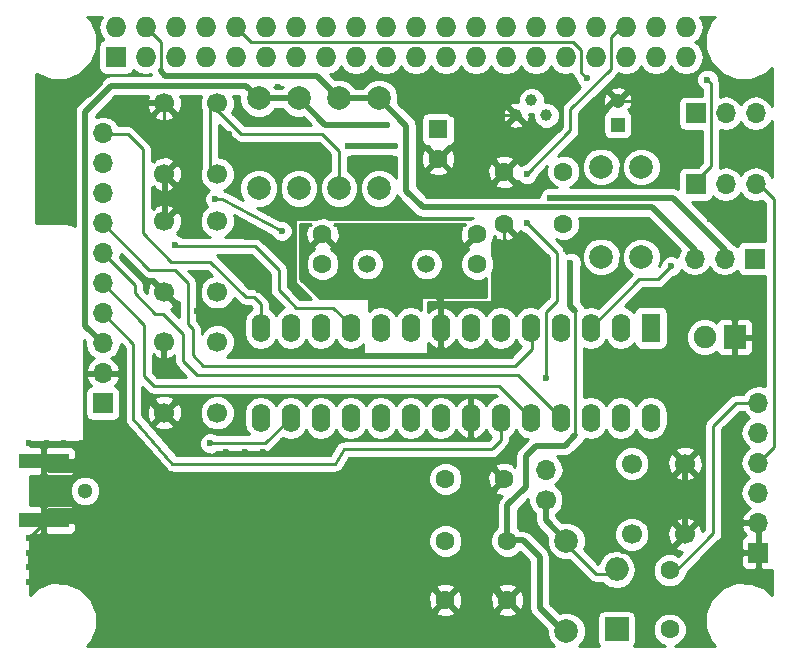
<source format=gbl>
G04 #@! TF.FileFunction,Copper,L2,Bot,Signal*
%FSLAX46Y46*%
G04 Gerber Fmt 4.6, Leading zero omitted, Abs format (unit mm)*
G04 Created by KiCad (PCBNEW 4.0.6) date Thursday, 05 October 2017 'PMt' 05:20:15 PM*
%MOMM*%
%LPD*%
G01*
G04 APERTURE LIST*
%ADD10C,0.100000*%
%ADD11C,1.300000*%
%ADD12C,1.998980*%
%ADD13C,1.600000*%
%ADD14R,2.000000X2.000000*%
%ADD15O,2.000000X2.000000*%
%ADD16R,1.700000X1.700000*%
%ADD17O,1.700000X1.700000*%
%ADD18C,1.000760*%
%ADD19R,1.600000X2.400000*%
%ADD20O,1.600000X2.400000*%
%ADD21C,1.500000*%
%ADD22R,1.600000X1.600000*%
%ADD23R,1.200000X1.200000*%
%ADD24C,1.200000*%
%ADD25R,1.900000X2.000000*%
%ADD26C,1.900000*%
%ADD27R,1.727200X1.727200*%
%ADD28O,1.727200X1.727200*%
%ADD29R,4.200000X1.270000*%
%ADD30C,1.700000*%
%ADD31C,0.600000*%
%ADD32C,0.250000*%
%ADD33C,0.500000*%
%ADD34C,1.000000*%
%ADD35C,0.254000*%
G04 APERTURE END LIST*
D10*
D11*
X126500000Y-112500000D03*
D12*
X141200000Y-86900000D03*
X141200000Y-79280000D03*
D13*
X167000000Y-89900000D03*
X162000000Y-89900000D03*
X157000000Y-111500000D03*
X162000000Y-111500000D03*
X162250000Y-121750000D03*
X162250000Y-116750000D03*
X157000000Y-121750000D03*
X157000000Y-116750000D03*
D14*
X171500000Y-124250000D03*
D15*
X171500000Y-119170000D03*
D16*
X183500000Y-117750000D03*
D17*
X183500000Y-115210000D03*
X183500000Y-112670000D03*
X183500000Y-110130000D03*
X183500000Y-107590000D03*
X183500000Y-105050000D03*
D12*
X148000000Y-86900000D03*
X148000000Y-79280000D03*
X151400000Y-86900000D03*
X151400000Y-79280000D03*
X167250000Y-116750000D03*
X167250000Y-124370000D03*
X170200000Y-92700000D03*
X170200000Y-85080000D03*
X144600000Y-86900000D03*
X144600000Y-79280000D03*
X173600000Y-85100000D03*
X173600000Y-92720000D03*
D18*
X164270000Y-79430000D03*
X165540000Y-80700000D03*
X163000000Y-80700000D03*
D19*
X174400000Y-98700000D03*
D20*
X141380000Y-106320000D03*
X171860000Y-98700000D03*
X143920000Y-106320000D03*
X169320000Y-98700000D03*
X146460000Y-106320000D03*
X166780000Y-98700000D03*
X149000000Y-106320000D03*
X164240000Y-98700000D03*
X151540000Y-106320000D03*
X161700000Y-98700000D03*
X154080000Y-106320000D03*
X159160000Y-98700000D03*
X156620000Y-106320000D03*
X156620000Y-98700000D03*
X159160000Y-106320000D03*
X154080000Y-98700000D03*
X161700000Y-106320000D03*
X151540000Y-98700000D03*
X164240000Y-106320000D03*
X149000000Y-98700000D03*
X166780000Y-106320000D03*
X146460000Y-98700000D03*
X169320000Y-106320000D03*
X143920000Y-98700000D03*
X171860000Y-106320000D03*
X141380000Y-98700000D03*
X174400000Y-106320000D03*
D21*
X155400000Y-93300000D03*
X150400000Y-93300000D03*
D13*
X167000000Y-85500000D03*
X162000000Y-85500000D03*
X176000000Y-124250000D03*
X176000000Y-119250000D03*
D22*
X156400000Y-81900000D03*
D13*
X156400000Y-84400000D03*
D23*
X171600000Y-81500000D03*
D24*
X171600000Y-79500000D03*
D25*
X181500000Y-99500000D03*
D26*
X178960000Y-99500000D03*
D27*
X129120000Y-75770000D03*
D28*
X129120000Y-73230000D03*
X131660000Y-75770000D03*
X131660000Y-73230000D03*
X134200000Y-75770000D03*
X134200000Y-73230000D03*
X136740000Y-75770000D03*
X136740000Y-73230000D03*
X139280000Y-75770000D03*
X139280000Y-73230000D03*
X141820000Y-75770000D03*
X141820000Y-73230000D03*
X144360000Y-75770000D03*
X144360000Y-73230000D03*
X146900000Y-75770000D03*
X146900000Y-73230000D03*
X149440000Y-75770000D03*
X149440000Y-73230000D03*
X151980000Y-75770000D03*
X151980000Y-73230000D03*
X154520000Y-75770000D03*
X154520000Y-73230000D03*
X157060000Y-75770000D03*
X157060000Y-73230000D03*
X159600000Y-75770000D03*
X159600000Y-73230000D03*
X162140000Y-75770000D03*
X162140000Y-73230000D03*
X164680000Y-75770000D03*
X164680000Y-73230000D03*
X167220000Y-75770000D03*
X167220000Y-73230000D03*
X169760000Y-75770000D03*
X169760000Y-73230000D03*
X172300000Y-75770000D03*
X172300000Y-73230000D03*
X174840000Y-75770000D03*
X174840000Y-73230000D03*
X177380000Y-75770000D03*
X177380000Y-73230000D03*
D16*
X183200000Y-92850000D03*
D17*
X180660000Y-92850000D03*
X178120000Y-92850000D03*
D16*
X178200000Y-80550000D03*
D17*
X180740000Y-80550000D03*
X183280000Y-80550000D03*
D16*
X178200000Y-86550000D03*
D17*
X180740000Y-86550000D03*
X183280000Y-86550000D03*
D16*
X128000000Y-105100000D03*
D17*
X128000000Y-102560000D03*
X128000000Y-100020000D03*
X128000000Y-97480000D03*
X128000000Y-94940000D03*
X128000000Y-92400000D03*
X128000000Y-89860000D03*
X128000000Y-87320000D03*
X128000000Y-84780000D03*
X128000000Y-82240000D03*
D29*
X123000000Y-115000000D03*
X123000000Y-110000000D03*
D30*
X133200000Y-85700000D03*
X133200000Y-79700000D03*
X137700000Y-79700000D03*
X137700000Y-85700000D03*
X133200000Y-95700000D03*
X133200000Y-89700000D03*
X137700000Y-89700000D03*
X137700000Y-95700000D03*
X172800000Y-116200000D03*
X172800000Y-110200000D03*
X177300000Y-110200000D03*
X177300000Y-116200000D03*
X133200000Y-105900000D03*
X133200000Y-99900000D03*
X137700000Y-99900000D03*
X137700000Y-105900000D03*
X165500000Y-113250000D03*
D17*
X165500000Y-110710000D03*
D13*
X146600000Y-90800000D03*
X146600000Y-93300000D03*
X159700000Y-90800000D03*
X159700000Y-93300000D03*
D31*
X173700000Y-96600000D03*
X178600000Y-96000000D03*
X153100000Y-78400000D03*
X154900000Y-80300000D03*
X156000000Y-79200000D03*
X175900000Y-81800000D03*
X175900000Y-79600000D03*
X175000000Y-78600000D03*
X170900000Y-103400000D03*
X178100000Y-103400000D03*
X174300000Y-117700000D03*
X170800000Y-116500000D03*
X171200000Y-112100000D03*
X174800000Y-112100000D03*
X179400000Y-89500000D03*
X181900000Y-88700000D03*
X183400000Y-83300000D03*
X182100000Y-84200000D03*
X171900000Y-90600000D03*
X167200000Y-92000000D03*
X165000000Y-94200000D03*
X142800000Y-78300000D03*
X142800000Y-80400000D03*
X141800000Y-81400000D03*
X138700000Y-82300000D03*
X138100000Y-84100000D03*
X136100000Y-84100000D03*
X129700000Y-101300000D03*
X129800000Y-103100000D03*
X131700000Y-104600000D03*
X133300000Y-102200000D03*
X147500000Y-108600000D03*
X145400000Y-109200000D03*
X145400000Y-108300000D03*
X143300000Y-108300000D03*
X143300000Y-109200000D03*
X141600000Y-109200000D03*
X140000000Y-109200000D03*
X138400000Y-109200000D03*
X139000000Y-97750000D03*
X136000000Y-97250000D03*
X142200000Y-89000000D03*
X142200000Y-91000000D03*
X139800000Y-90800000D03*
X138800000Y-93100000D03*
X141200000Y-95500000D03*
X168700000Y-82100000D03*
X167250000Y-114000000D03*
X129250000Y-79500000D03*
X160000000Y-113500000D03*
X157250000Y-95000000D03*
X155250000Y-95000000D03*
X126500000Y-77500000D03*
X124750000Y-79250000D03*
X124750000Y-80750000D03*
X124750000Y-81750000D03*
X124750000Y-83000000D03*
X124750000Y-84250000D03*
X124750000Y-85500000D03*
X124750000Y-86750000D03*
X124750000Y-88000000D03*
X124750000Y-89250000D03*
X123250000Y-89250000D03*
X123250000Y-88000000D03*
X123250000Y-86750000D03*
X123250000Y-85500000D03*
X123250000Y-84250000D03*
X123250000Y-83000000D03*
X123250000Y-81750000D03*
X123250000Y-80500000D03*
X123250000Y-79250000D03*
X123250000Y-78000000D03*
X125250000Y-78000000D03*
X126250000Y-79000000D03*
X127750000Y-78000000D03*
X121750000Y-108500000D03*
X123250000Y-108500000D03*
X124750000Y-108500000D03*
X126250000Y-108500000D03*
X127750000Y-108500000D03*
X129250000Y-108500000D03*
X130750000Y-108500000D03*
X130000000Y-107500000D03*
X128500000Y-107500000D03*
X127000000Y-107500000D03*
X126000000Y-116000000D03*
X125500000Y-117250000D03*
X125500000Y-118500000D03*
X125500000Y-119750000D03*
X124250000Y-119000000D03*
X124250000Y-117750000D03*
X124250000Y-116500000D03*
X123000000Y-117250000D03*
X123000000Y-118500000D03*
X123000000Y-119750000D03*
X121750000Y-120250000D03*
X121750000Y-119000000D03*
X121750000Y-117750000D03*
X121750000Y-116500000D03*
X127100000Y-116800000D03*
X128250000Y-118000000D03*
X128250000Y-119750000D03*
X128100000Y-115800000D03*
X128600000Y-124500000D03*
X127100000Y-110500000D03*
X127100000Y-114500000D03*
X167600000Y-93200000D03*
X152100000Y-81500000D03*
X176100000Y-93500000D03*
X134100000Y-91700000D03*
X137100000Y-108500000D03*
X152700000Y-83300000D03*
X148800000Y-83300000D03*
X165900000Y-87700000D03*
X179200000Y-77700000D03*
X169000000Y-77600000D03*
X143150000Y-90500000D03*
X137500000Y-87800000D03*
X163900000Y-85700000D03*
X163900000Y-89800000D03*
X165500000Y-103000000D03*
D32*
X178000000Y-96600000D02*
X173700000Y-96600000D01*
X178600000Y-96000000D02*
X178000000Y-96600000D01*
X163000000Y-80700000D02*
X157500000Y-80700000D01*
X153100000Y-78500000D02*
X153100000Y-78400000D01*
X154900000Y-80300000D02*
X153100000Y-78500000D01*
X157500000Y-80700000D02*
X156000000Y-79200000D01*
X171600000Y-79500000D02*
X174100000Y-79500000D01*
X175900000Y-79600000D02*
X175900000Y-81800000D01*
X174100000Y-79500000D02*
X175000000Y-78600000D01*
X178100000Y-103400000D02*
X170900000Y-103400000D01*
X172000000Y-117700000D02*
X174300000Y-117700000D01*
X170800000Y-116500000D02*
X172000000Y-117700000D01*
X174800000Y-112100000D02*
X171200000Y-112100000D01*
X179400000Y-89500000D02*
X180200000Y-88700000D01*
X180200000Y-88700000D02*
X181900000Y-88700000D01*
X183000000Y-83300000D02*
X183400000Y-83300000D01*
X182100000Y-84200000D02*
X183000000Y-83300000D01*
X162000000Y-89900000D02*
X162000000Y-91200000D01*
X168600000Y-90600000D02*
X171900000Y-90600000D01*
X167200000Y-92000000D02*
X168600000Y-90600000D01*
X162000000Y-91200000D02*
X165000000Y-94200000D01*
X133200000Y-79700000D02*
X133200000Y-81200000D01*
X141800000Y-81400000D02*
X142800000Y-80400000D01*
X138700000Y-83500000D02*
X138700000Y-82300000D01*
X138100000Y-84100000D02*
X138700000Y-83500000D01*
X133200000Y-81200000D02*
X136100000Y-84100000D01*
D33*
X129700000Y-101300000D02*
X129800000Y-101400000D01*
X129800000Y-101400000D02*
X129800000Y-103100000D01*
X133200000Y-105900000D02*
X133000000Y-105900000D01*
X133000000Y-105900000D02*
X131700000Y-104600000D01*
X133300000Y-102200000D02*
X133200000Y-102100000D01*
X133200000Y-102100000D02*
X133200000Y-99900000D01*
D32*
X146000000Y-108600000D02*
X147500000Y-108600000D01*
X145400000Y-109200000D02*
X146000000Y-108600000D01*
X143300000Y-108300000D02*
X145400000Y-108300000D01*
X143200000Y-109200000D02*
X143300000Y-109200000D01*
X141600000Y-109200000D02*
X143200000Y-109200000D01*
X138400000Y-109200000D02*
X140000000Y-109200000D01*
D33*
X139000000Y-97750000D02*
X138500000Y-97250000D01*
X138500000Y-97250000D02*
X136000000Y-97250000D01*
X140000000Y-91000000D02*
X142200000Y-91000000D01*
X139800000Y-90800000D02*
X140000000Y-91000000D01*
X141200000Y-95500000D02*
X138800000Y-93100000D01*
X171600000Y-79500000D02*
X171300000Y-79500000D01*
X171300000Y-79500000D02*
X168700000Y-82100000D01*
X177300000Y-116200000D02*
X177300000Y-116050000D01*
X177300000Y-116050000D02*
X176700000Y-115450000D01*
X175250000Y-114000000D02*
X176700000Y-115450000D01*
X167250000Y-114000000D02*
X175250000Y-114000000D01*
X177300000Y-110200000D02*
X177300000Y-116200000D01*
X133300000Y-79700000D02*
X129450000Y-79700000D01*
X129450000Y-79700000D02*
X129250000Y-79500000D01*
X133300000Y-89700000D02*
X133300000Y-85700000D01*
X162250000Y-121750000D02*
X162000000Y-121750000D01*
X162000000Y-121750000D02*
X160000000Y-119750000D01*
X160000000Y-119750000D02*
X160000000Y-113500000D01*
X160000000Y-113500000D02*
X162000000Y-111500000D01*
X156620000Y-98700000D02*
X156620000Y-96370000D01*
X156620000Y-96370000D02*
X155250000Y-95000000D01*
X124750000Y-80750000D02*
X124750000Y-79250000D01*
X124750000Y-83000000D02*
X124750000Y-81750000D01*
X124750000Y-85500000D02*
X124750000Y-84250000D01*
X124750000Y-88000000D02*
X124750000Y-86750000D01*
X123250000Y-89250000D02*
X124750000Y-89250000D01*
X123250000Y-86750000D02*
X123250000Y-88000000D01*
X123250000Y-84250000D02*
X123250000Y-85500000D01*
X123250000Y-81750000D02*
X123250000Y-83000000D01*
X123250000Y-79250000D02*
X123250000Y-80500000D01*
X125250000Y-78000000D02*
X123250000Y-78000000D01*
X126750000Y-79000000D02*
X126250000Y-79000000D01*
X127750000Y-78000000D02*
X126750000Y-79000000D01*
D32*
X121750000Y-108500000D02*
X123250000Y-108500000D01*
X124750000Y-108500000D02*
X126250000Y-108500000D01*
X127750000Y-108500000D02*
X129250000Y-108500000D01*
X130750000Y-108500000D02*
X130000000Y-107750000D01*
X130000000Y-107750000D02*
X130000000Y-107500000D01*
X128500000Y-107500000D02*
X127000000Y-107500000D01*
X123000000Y-115000000D02*
X123000000Y-115250000D01*
X123000000Y-115250000D02*
X121750000Y-116500000D01*
X126800000Y-116800000D02*
X127100000Y-116800000D01*
X126000000Y-116000000D02*
X126800000Y-116800000D01*
X125500000Y-118500000D02*
X125500000Y-117250000D01*
X125000000Y-119750000D02*
X125500000Y-119750000D01*
X124250000Y-119000000D02*
X125000000Y-119750000D01*
X124250000Y-116500000D02*
X124250000Y-117750000D01*
X123000000Y-118500000D02*
X123000000Y-117250000D01*
X122250000Y-119750000D02*
X123000000Y-119750000D01*
X121750000Y-120250000D02*
X122250000Y-119750000D01*
X121750000Y-117750000D02*
X121750000Y-119000000D01*
X128250000Y-118000000D02*
X128250000Y-119750000D01*
D34*
X127100000Y-116800000D02*
X128100000Y-115800000D01*
X127100000Y-121000000D02*
X127100000Y-116800000D01*
X128600000Y-122500000D02*
X127100000Y-121000000D01*
X128600000Y-122600000D02*
X128600000Y-122500000D01*
X128600000Y-122700000D02*
X128600000Y-122600000D01*
X128600000Y-124500000D02*
X128600000Y-122700000D01*
X123000000Y-110000000D02*
X123500000Y-110500000D01*
X123500000Y-110500000D02*
X127100000Y-110500000D01*
X123000000Y-115000000D02*
X123500000Y-114500000D01*
X123500000Y-114500000D02*
X127100000Y-114500000D01*
D33*
X162250000Y-116750000D02*
X162250000Y-113750000D01*
X167100000Y-108700000D02*
X168000000Y-107800000D01*
X164700000Y-108700000D02*
X167100000Y-108700000D01*
X163800000Y-109600000D02*
X164700000Y-108700000D01*
X163800000Y-112200000D02*
X163800000Y-109600000D01*
X162250000Y-113750000D02*
X163800000Y-112200000D01*
X167200000Y-124620000D02*
X165000000Y-122420000D01*
X163600000Y-116700000D02*
X162300000Y-116700000D01*
X165000000Y-118100000D02*
X163600000Y-116700000D01*
X165000000Y-118800000D02*
X165000000Y-118100000D01*
X165000000Y-122420000D02*
X165000000Y-118800000D01*
X162300000Y-116700000D02*
X162250000Y-116750000D01*
X167600000Y-93200000D02*
X167600000Y-96900000D01*
X167600000Y-96900000D02*
X168000000Y-97300000D01*
D32*
X168000000Y-97300000D02*
X168000000Y-107800000D01*
D33*
X128000000Y-100020000D02*
X126500000Y-98520000D01*
X140120000Y-78200000D02*
X141200000Y-79280000D01*
X128700000Y-78200000D02*
X140120000Y-78200000D01*
X126500000Y-80400000D02*
X128700000Y-78200000D01*
X126500000Y-80500000D02*
X126500000Y-80400000D01*
X126500000Y-98520000D02*
X126500000Y-80500000D01*
X144600000Y-79280000D02*
X146820000Y-81500000D01*
X146820000Y-81500000D02*
X152100000Y-81500000D01*
X141200000Y-79280000D02*
X144600000Y-79280000D01*
X165500000Y-113250000D02*
X165500000Y-115000000D01*
X165500000Y-115000000D02*
X167250000Y-116750000D01*
D32*
X167200000Y-117000000D02*
X169720000Y-119520000D01*
X169720000Y-119520000D02*
X171500000Y-119520000D01*
X176200000Y-119600000D02*
X179700000Y-116100000D01*
X181600000Y-105100000D02*
X183450000Y-105100000D01*
X179700000Y-107000000D02*
X181600000Y-105100000D01*
X179700000Y-116100000D02*
X179700000Y-107000000D01*
X183450000Y-105100000D02*
X183500000Y-105050000D01*
X169320000Y-98700000D02*
X173420000Y-94600000D01*
X175000000Y-94600000D02*
X176100000Y-93500000D01*
X173420000Y-94600000D02*
X175000000Y-94600000D01*
X149000000Y-98700000D02*
X149000000Y-98500000D01*
X149000000Y-98500000D02*
X147500000Y-97000000D01*
X147500000Y-97000000D02*
X144400000Y-97000000D01*
X144400000Y-97000000D02*
X143600000Y-96200000D01*
X134200000Y-91800000D02*
X134100000Y-91700000D01*
X140900000Y-91800000D02*
X134200000Y-91800000D01*
X143600000Y-96200000D02*
X142900000Y-95500000D01*
X142900000Y-93800000D02*
X140900000Y-91800000D01*
X142900000Y-95500000D02*
X142900000Y-93800000D01*
X141380000Y-98700000D02*
X141400000Y-98680000D01*
X141400000Y-98680000D02*
X141400000Y-96800000D01*
X141400000Y-96800000D02*
X141400000Y-96700000D01*
X141400000Y-96700000D02*
X140800000Y-96100000D01*
X140800000Y-96100000D02*
X140100000Y-96100000D01*
X140100000Y-96100000D02*
X137100000Y-93100000D01*
X137100000Y-93100000D02*
X133800000Y-93100000D01*
X133800000Y-93100000D02*
X131400000Y-90700000D01*
X131400000Y-90700000D02*
X131400000Y-83600000D01*
X131400000Y-83600000D02*
X130100000Y-82300000D01*
X130100000Y-82300000D02*
X128060000Y-82300000D01*
X128060000Y-82300000D02*
X128000000Y-82240000D01*
X128000000Y-94940000D02*
X131500000Y-98440000D01*
X161520000Y-103600000D02*
X164240000Y-106320000D01*
X132300000Y-103600000D02*
X161520000Y-103600000D01*
X131500000Y-102800000D02*
X132300000Y-103600000D01*
X131500000Y-102400000D02*
X131500000Y-102800000D01*
X131500000Y-98440000D02*
X131500000Y-102400000D01*
X166780000Y-106320000D02*
X163160000Y-102700000D01*
X130700000Y-95100000D02*
X128000000Y-92400000D01*
X130700000Y-95800000D02*
X130700000Y-95100000D01*
X132400000Y-97500000D02*
X130700000Y-95800000D01*
X133100000Y-97500000D02*
X132400000Y-97500000D01*
X134800000Y-99200000D02*
X133100000Y-97500000D01*
X134800000Y-101500000D02*
X134800000Y-99200000D01*
X136000000Y-102700000D02*
X134800000Y-101500000D01*
X163160000Y-102700000D02*
X136000000Y-102700000D01*
X141740000Y-108500000D02*
X137100000Y-108500000D01*
X141740000Y-108500000D02*
X143920000Y-106320000D01*
D33*
X148800000Y-83300000D02*
X152700000Y-83300000D01*
X176260000Y-87700000D02*
X180660000Y-92100000D01*
X165900000Y-87700000D02*
X176260000Y-87700000D01*
X151400000Y-79280000D02*
X148000000Y-79280000D01*
D32*
X131660000Y-73230000D02*
X132900000Y-74470000D01*
X132900000Y-74470000D02*
X132900000Y-76900000D01*
D33*
X132900000Y-76900000D02*
X132900000Y-77000000D01*
X132900000Y-77000000D02*
X133300000Y-77400000D01*
X133300000Y-77400000D02*
X146120000Y-77400000D01*
X146120000Y-77400000D02*
X148000000Y-79280000D01*
X178120000Y-92100000D02*
X174520000Y-88500000D01*
X153700000Y-81580000D02*
X151400000Y-79280000D01*
X153700000Y-87100000D02*
X153700000Y-81580000D01*
X155100000Y-88500000D02*
X153700000Y-87100000D01*
X174520000Y-88500000D02*
X155100000Y-88500000D01*
D32*
X179500000Y-85000000D02*
X179500000Y-78000000D01*
X179500000Y-78000000D02*
X179200000Y-77700000D01*
X179500000Y-85000000D02*
X178200000Y-86300000D01*
X168500000Y-75200000D02*
X167800000Y-74500000D01*
X168500000Y-77100000D02*
X168500000Y-75200000D01*
X169000000Y-77600000D02*
X168500000Y-77100000D01*
X140550000Y-74500000D02*
X139280000Y-73230000D01*
X167800000Y-74500000D02*
X140550000Y-74500000D01*
X137100000Y-79700000D02*
X139700000Y-82300000D01*
X148000000Y-83700000D02*
X148000000Y-86900000D01*
X146600000Y-82300000D02*
X148000000Y-83700000D01*
X146500000Y-82300000D02*
X146600000Y-82300000D01*
X139700000Y-82300000D02*
X146500000Y-82300000D01*
X137100000Y-85700000D02*
X137100000Y-79700000D01*
X183500000Y-110130000D02*
X184800000Y-108830000D01*
X184800000Y-87820000D02*
X183280000Y-86300000D01*
X184800000Y-87900000D02*
X184800000Y-87820000D01*
X184800000Y-108830000D02*
X184800000Y-87900000D01*
X161700000Y-106320000D02*
X161700000Y-108200000D01*
X130600000Y-100080000D02*
X128000000Y-97480000D01*
X130600000Y-106400000D02*
X130600000Y-100080000D01*
X133900000Y-110200000D02*
X130600000Y-106400000D01*
X147700000Y-110200000D02*
X133900000Y-110200000D01*
X148400000Y-109000000D02*
X147700000Y-110200000D01*
X160900000Y-109000000D02*
X148400000Y-109000000D01*
X161000000Y-108900000D02*
X160900000Y-109000000D01*
X161700000Y-108200000D02*
X161000000Y-108900000D01*
X128000000Y-89860000D02*
X131940000Y-93800000D01*
X164300000Y-100500000D02*
X164300000Y-98760000D01*
X162900000Y-101900000D02*
X164300000Y-100500000D01*
X136500000Y-101900000D02*
X162900000Y-101900000D01*
X135600000Y-101000000D02*
X136500000Y-101900000D01*
X135600000Y-98800000D02*
X135600000Y-101000000D01*
X135200000Y-98400000D02*
X135600000Y-98800000D01*
X135200000Y-94900000D02*
X135200000Y-98400000D01*
X134100000Y-93800000D02*
X135200000Y-94900000D01*
X134000000Y-93800000D02*
X134100000Y-93800000D01*
X131940000Y-93800000D02*
X134000000Y-93800000D01*
X164300000Y-98760000D02*
X164240000Y-98700000D01*
X138100000Y-87800000D02*
X143150000Y-90500000D01*
X137500000Y-87800000D02*
X138100000Y-87800000D01*
X172300000Y-73230000D02*
X171870000Y-73230000D01*
X171870000Y-73230000D02*
X171000000Y-74100000D01*
X171000000Y-74100000D02*
X171000000Y-76800000D01*
X171000000Y-76800000D02*
X167600000Y-80200000D01*
X167600000Y-80200000D02*
X167600000Y-82000000D01*
X167600000Y-82000000D02*
X163900000Y-85700000D01*
X163900000Y-89800000D02*
X166500000Y-92400000D01*
X166500000Y-92400000D02*
X166500000Y-96400000D01*
X166500000Y-96400000D02*
X165500000Y-97400000D01*
X165500000Y-97400000D02*
X165500000Y-103000000D01*
D35*
G36*
X126529461Y-99801040D02*
X126485907Y-100020000D01*
X126598946Y-100588285D01*
X126920853Y-101070054D01*
X127261553Y-101297702D01*
X127118642Y-101364817D01*
X126728355Y-101793076D01*
X126558524Y-102203110D01*
X126679845Y-102433000D01*
X127873000Y-102433000D01*
X127873000Y-102413000D01*
X128127000Y-102413000D01*
X128127000Y-102433000D01*
X129320155Y-102433000D01*
X129441476Y-102203110D01*
X129271645Y-101793076D01*
X128881358Y-101364817D01*
X128738447Y-101297702D01*
X129079147Y-101070054D01*
X129401054Y-100588285D01*
X129505981Y-100060783D01*
X129840000Y-100394802D01*
X129840000Y-106400000D01*
X129863813Y-106519716D01*
X129879156Y-106640796D01*
X129892572Y-106664297D01*
X129897852Y-106690839D01*
X129965661Y-106792323D01*
X130026175Y-106898322D01*
X133326175Y-110698322D01*
X133347565Y-110714900D01*
X133362599Y-110737401D01*
X133464083Y-110805210D01*
X133560554Y-110879982D01*
X133586660Y-110887113D01*
X133609161Y-110902148D01*
X133728873Y-110925960D01*
X133846611Y-110958122D01*
X133873457Y-110954720D01*
X133900000Y-110960000D01*
X147700000Y-110960000D01*
X147795862Y-110940932D01*
X147893415Y-110934976D01*
X147940003Y-110912260D01*
X147990839Y-110902148D01*
X148072105Y-110847848D01*
X148159955Y-110805013D01*
X148194304Y-110766197D01*
X148237401Y-110737401D01*
X148291700Y-110656137D01*
X148356472Y-110582942D01*
X148836522Y-109760000D01*
X160900000Y-109760000D01*
X161190839Y-109702148D01*
X161437401Y-109537401D01*
X161537401Y-109437401D01*
X162237401Y-108737402D01*
X162369861Y-108539160D01*
X162402148Y-108490839D01*
X162460000Y-108200000D01*
X162460000Y-107940832D01*
X162714698Y-107770648D01*
X162970000Y-107388562D01*
X163225302Y-107770648D01*
X163690849Y-108081717D01*
X164004346Y-108144075D01*
X163174210Y-108974210D01*
X162982367Y-109261325D01*
X162982367Y-109261326D01*
X162914999Y-109600000D01*
X162915000Y-109600005D01*
X162915000Y-110405392D01*
X162828139Y-110492253D01*
X162754005Y-110246136D01*
X162216777Y-110053035D01*
X161646546Y-110080222D01*
X161245995Y-110246136D01*
X161171861Y-110492255D01*
X162000000Y-111320395D01*
X162014142Y-111306252D01*
X162193748Y-111485858D01*
X162179605Y-111500000D01*
X162193748Y-111514143D01*
X162014142Y-111693748D01*
X162000000Y-111679605D01*
X161171861Y-112507745D01*
X161245995Y-112753864D01*
X161783223Y-112946965D01*
X161802368Y-112946052D01*
X161624210Y-113124210D01*
X161432367Y-113411325D01*
X161432367Y-113411326D01*
X161364999Y-113750000D01*
X161365000Y-113750005D01*
X161365000Y-115605829D01*
X161034176Y-115936077D01*
X160815250Y-116463309D01*
X160814752Y-117034187D01*
X161032757Y-117561800D01*
X161436077Y-117965824D01*
X161963309Y-118184750D01*
X162534187Y-118185248D01*
X163061800Y-117967243D01*
X163338973Y-117690553D01*
X164115000Y-118466579D01*
X164115000Y-122419995D01*
X164114999Y-122420000D01*
X164160121Y-122646838D01*
X164182367Y-122758675D01*
X164346196Y-123003864D01*
X164374210Y-123045790D01*
X165615581Y-124287161D01*
X165615226Y-124693694D01*
X165863538Y-125294655D01*
X166191311Y-125623000D01*
X126690948Y-125623000D01*
X126984123Y-125330336D01*
X127476439Y-124144706D01*
X127477559Y-122860926D01*
X127434926Y-122757745D01*
X156171861Y-122757745D01*
X156245995Y-123003864D01*
X156783223Y-123196965D01*
X157353454Y-123169778D01*
X157754005Y-123003864D01*
X157828139Y-122757745D01*
X161421861Y-122757745D01*
X161495995Y-123003864D01*
X162033223Y-123196965D01*
X162603454Y-123169778D01*
X163004005Y-123003864D01*
X163078139Y-122757745D01*
X162250000Y-121929605D01*
X161421861Y-122757745D01*
X157828139Y-122757745D01*
X157000000Y-121929605D01*
X156171861Y-122757745D01*
X127434926Y-122757745D01*
X126987313Y-121674439D01*
X126846344Y-121533223D01*
X155553035Y-121533223D01*
X155580222Y-122103454D01*
X155746136Y-122504005D01*
X155992255Y-122578139D01*
X156820395Y-121750000D01*
X157179605Y-121750000D01*
X158007745Y-122578139D01*
X158253864Y-122504005D01*
X158446965Y-121966777D01*
X158426295Y-121533223D01*
X160803035Y-121533223D01*
X160830222Y-122103454D01*
X160996136Y-122504005D01*
X161242255Y-122578139D01*
X162070395Y-121750000D01*
X162429605Y-121750000D01*
X163257745Y-122578139D01*
X163503864Y-122504005D01*
X163696965Y-121966777D01*
X163669778Y-121396546D01*
X163503864Y-120995995D01*
X163257745Y-120921861D01*
X162429605Y-121750000D01*
X162070395Y-121750000D01*
X161242255Y-120921861D01*
X160996136Y-120995995D01*
X160803035Y-121533223D01*
X158426295Y-121533223D01*
X158419778Y-121396546D01*
X158253864Y-120995995D01*
X158007745Y-120921861D01*
X157179605Y-121750000D01*
X156820395Y-121750000D01*
X155992255Y-120921861D01*
X155746136Y-120995995D01*
X155553035Y-121533223D01*
X126846344Y-121533223D01*
X126080336Y-120765877D01*
X126023448Y-120742255D01*
X156171861Y-120742255D01*
X157000000Y-121570395D01*
X157828139Y-120742255D01*
X161421861Y-120742255D01*
X162250000Y-121570395D01*
X163078139Y-120742255D01*
X163004005Y-120496136D01*
X162466777Y-120303035D01*
X161896546Y-120330222D01*
X161495995Y-120496136D01*
X161421861Y-120742255D01*
X157828139Y-120742255D01*
X157754005Y-120496136D01*
X157216777Y-120303035D01*
X156646546Y-120330222D01*
X156245995Y-120496136D01*
X156171861Y-120742255D01*
X126023448Y-120742255D01*
X124894706Y-120273561D01*
X123610926Y-120272441D01*
X122424439Y-120762687D01*
X121877000Y-121309171D01*
X121877000Y-117034187D01*
X155564752Y-117034187D01*
X155782757Y-117561800D01*
X156186077Y-117965824D01*
X156713309Y-118184750D01*
X157284187Y-118185248D01*
X157811800Y-117967243D01*
X158215824Y-117563923D01*
X158434750Y-117036691D01*
X158435248Y-116465813D01*
X158217243Y-115938200D01*
X157813923Y-115534176D01*
X157286691Y-115315250D01*
X156715813Y-115314752D01*
X156188200Y-115532757D01*
X155784176Y-115936077D01*
X155565250Y-116463309D01*
X155564752Y-117034187D01*
X121877000Y-117034187D01*
X121877000Y-116270000D01*
X122714250Y-116270000D01*
X122873000Y-116111250D01*
X122873000Y-115127000D01*
X123127000Y-115127000D01*
X123127000Y-116111250D01*
X123285750Y-116270000D01*
X125226309Y-116270000D01*
X125459698Y-116173327D01*
X125638327Y-115994699D01*
X125735000Y-115761310D01*
X125735000Y-115285750D01*
X125576250Y-115127000D01*
X123127000Y-115127000D01*
X122873000Y-115127000D01*
X122853000Y-115127000D01*
X122853000Y-114873000D01*
X122873000Y-114873000D01*
X122873000Y-113888750D01*
X123127000Y-113888750D01*
X123127000Y-114873000D01*
X125576250Y-114873000D01*
X125735000Y-114714250D01*
X125735000Y-114238690D01*
X125638327Y-114005301D01*
X125459698Y-113826673D01*
X125226309Y-113730000D01*
X123285750Y-113730000D01*
X123127000Y-113888750D01*
X122873000Y-113888750D01*
X122714250Y-113730000D01*
X121877000Y-113730000D01*
X121877000Y-112754481D01*
X125214777Y-112754481D01*
X125409995Y-113226943D01*
X125771155Y-113588735D01*
X126243276Y-113784777D01*
X126754481Y-113785223D01*
X127226943Y-113590005D01*
X127588735Y-113228845D01*
X127784777Y-112756724D01*
X127785223Y-112245519D01*
X127594604Y-111784187D01*
X155564752Y-111784187D01*
X155782757Y-112311800D01*
X156186077Y-112715824D01*
X156713309Y-112934750D01*
X157284187Y-112935248D01*
X157811800Y-112717243D01*
X158215824Y-112313923D01*
X158434750Y-111786691D01*
X158435189Y-111283223D01*
X160553035Y-111283223D01*
X160580222Y-111853454D01*
X160746136Y-112254005D01*
X160992255Y-112328139D01*
X161820395Y-111500000D01*
X160992255Y-110671861D01*
X160746136Y-110745995D01*
X160553035Y-111283223D01*
X158435189Y-111283223D01*
X158435248Y-111215813D01*
X158217243Y-110688200D01*
X157813923Y-110284176D01*
X157286691Y-110065250D01*
X156715813Y-110064752D01*
X156188200Y-110282757D01*
X155784176Y-110686077D01*
X155565250Y-111213309D01*
X155564752Y-111784187D01*
X127594604Y-111784187D01*
X127590005Y-111773057D01*
X127228845Y-111411265D01*
X126756724Y-111215223D01*
X126245519Y-111214777D01*
X125773057Y-111409995D01*
X125411265Y-111771155D01*
X125215223Y-112243276D01*
X125214777Y-112754481D01*
X121877000Y-112754481D01*
X121877000Y-111270000D01*
X122714250Y-111270000D01*
X122873000Y-111111250D01*
X122873000Y-110127000D01*
X123127000Y-110127000D01*
X123127000Y-111111250D01*
X123285750Y-111270000D01*
X125226309Y-111270000D01*
X125459698Y-111173327D01*
X125638327Y-110994699D01*
X125735000Y-110761310D01*
X125735000Y-110285750D01*
X125576250Y-110127000D01*
X123127000Y-110127000D01*
X122873000Y-110127000D01*
X122853000Y-110127000D01*
X122853000Y-109873000D01*
X122873000Y-109873000D01*
X122873000Y-108888750D01*
X123127000Y-108888750D01*
X123127000Y-109873000D01*
X125576250Y-109873000D01*
X125735000Y-109714250D01*
X125735000Y-109238690D01*
X125638327Y-109005301D01*
X125459698Y-108826673D01*
X125226309Y-108730000D01*
X123285750Y-108730000D01*
X123127000Y-108888750D01*
X122873000Y-108888750D01*
X122714250Y-108730000D01*
X121877000Y-108730000D01*
X121877000Y-108377000D01*
X126250000Y-108377000D01*
X126299410Y-108366994D01*
X126341035Y-108338553D01*
X126368315Y-108296159D01*
X126377000Y-108250000D01*
X126377000Y-106859053D01*
X126421838Y-106633636D01*
X126421838Y-106566170D01*
X126435000Y-106500000D01*
X126435000Y-104250000D01*
X126502560Y-104250000D01*
X126502560Y-105950000D01*
X126546838Y-106185317D01*
X126685910Y-106401441D01*
X126898110Y-106546431D01*
X127150000Y-106597440D01*
X128850000Y-106597440D01*
X129085317Y-106553162D01*
X129301441Y-106414090D01*
X129446431Y-106201890D01*
X129497440Y-105950000D01*
X129497440Y-104250000D01*
X129453162Y-104014683D01*
X129314090Y-103798559D01*
X129101890Y-103653569D01*
X128993893Y-103631699D01*
X129271645Y-103326924D01*
X129441476Y-102916890D01*
X129320155Y-102687000D01*
X128127000Y-102687000D01*
X128127000Y-102707000D01*
X127873000Y-102707000D01*
X127873000Y-102687000D01*
X126679845Y-102687000D01*
X126558524Y-102916890D01*
X126728355Y-103326924D01*
X127004501Y-103629937D01*
X126914683Y-103646838D01*
X126698559Y-103785910D01*
X126553569Y-103998110D01*
X126502560Y-104250000D01*
X126435000Y-104250000D01*
X126435000Y-99706580D01*
X126529461Y-99801040D01*
X126529461Y-99801040D01*
G37*
X126529461Y-99801040D02*
X126485907Y-100020000D01*
X126598946Y-100588285D01*
X126920853Y-101070054D01*
X127261553Y-101297702D01*
X127118642Y-101364817D01*
X126728355Y-101793076D01*
X126558524Y-102203110D01*
X126679845Y-102433000D01*
X127873000Y-102433000D01*
X127873000Y-102413000D01*
X128127000Y-102413000D01*
X128127000Y-102433000D01*
X129320155Y-102433000D01*
X129441476Y-102203110D01*
X129271645Y-101793076D01*
X128881358Y-101364817D01*
X128738447Y-101297702D01*
X129079147Y-101070054D01*
X129401054Y-100588285D01*
X129505981Y-100060783D01*
X129840000Y-100394802D01*
X129840000Y-106400000D01*
X129863813Y-106519716D01*
X129879156Y-106640796D01*
X129892572Y-106664297D01*
X129897852Y-106690839D01*
X129965661Y-106792323D01*
X130026175Y-106898322D01*
X133326175Y-110698322D01*
X133347565Y-110714900D01*
X133362599Y-110737401D01*
X133464083Y-110805210D01*
X133560554Y-110879982D01*
X133586660Y-110887113D01*
X133609161Y-110902148D01*
X133728873Y-110925960D01*
X133846611Y-110958122D01*
X133873457Y-110954720D01*
X133900000Y-110960000D01*
X147700000Y-110960000D01*
X147795862Y-110940932D01*
X147893415Y-110934976D01*
X147940003Y-110912260D01*
X147990839Y-110902148D01*
X148072105Y-110847848D01*
X148159955Y-110805013D01*
X148194304Y-110766197D01*
X148237401Y-110737401D01*
X148291700Y-110656137D01*
X148356472Y-110582942D01*
X148836522Y-109760000D01*
X160900000Y-109760000D01*
X161190839Y-109702148D01*
X161437401Y-109537401D01*
X161537401Y-109437401D01*
X162237401Y-108737402D01*
X162369861Y-108539160D01*
X162402148Y-108490839D01*
X162460000Y-108200000D01*
X162460000Y-107940832D01*
X162714698Y-107770648D01*
X162970000Y-107388562D01*
X163225302Y-107770648D01*
X163690849Y-108081717D01*
X164004346Y-108144075D01*
X163174210Y-108974210D01*
X162982367Y-109261325D01*
X162982367Y-109261326D01*
X162914999Y-109600000D01*
X162915000Y-109600005D01*
X162915000Y-110405392D01*
X162828139Y-110492253D01*
X162754005Y-110246136D01*
X162216777Y-110053035D01*
X161646546Y-110080222D01*
X161245995Y-110246136D01*
X161171861Y-110492255D01*
X162000000Y-111320395D01*
X162014142Y-111306252D01*
X162193748Y-111485858D01*
X162179605Y-111500000D01*
X162193748Y-111514143D01*
X162014142Y-111693748D01*
X162000000Y-111679605D01*
X161171861Y-112507745D01*
X161245995Y-112753864D01*
X161783223Y-112946965D01*
X161802368Y-112946052D01*
X161624210Y-113124210D01*
X161432367Y-113411325D01*
X161432367Y-113411326D01*
X161364999Y-113750000D01*
X161365000Y-113750005D01*
X161365000Y-115605829D01*
X161034176Y-115936077D01*
X160815250Y-116463309D01*
X160814752Y-117034187D01*
X161032757Y-117561800D01*
X161436077Y-117965824D01*
X161963309Y-118184750D01*
X162534187Y-118185248D01*
X163061800Y-117967243D01*
X163338973Y-117690553D01*
X164115000Y-118466579D01*
X164115000Y-122419995D01*
X164114999Y-122420000D01*
X164160121Y-122646838D01*
X164182367Y-122758675D01*
X164346196Y-123003864D01*
X164374210Y-123045790D01*
X165615581Y-124287161D01*
X165615226Y-124693694D01*
X165863538Y-125294655D01*
X166191311Y-125623000D01*
X126690948Y-125623000D01*
X126984123Y-125330336D01*
X127476439Y-124144706D01*
X127477559Y-122860926D01*
X127434926Y-122757745D01*
X156171861Y-122757745D01*
X156245995Y-123003864D01*
X156783223Y-123196965D01*
X157353454Y-123169778D01*
X157754005Y-123003864D01*
X157828139Y-122757745D01*
X161421861Y-122757745D01*
X161495995Y-123003864D01*
X162033223Y-123196965D01*
X162603454Y-123169778D01*
X163004005Y-123003864D01*
X163078139Y-122757745D01*
X162250000Y-121929605D01*
X161421861Y-122757745D01*
X157828139Y-122757745D01*
X157000000Y-121929605D01*
X156171861Y-122757745D01*
X127434926Y-122757745D01*
X126987313Y-121674439D01*
X126846344Y-121533223D01*
X155553035Y-121533223D01*
X155580222Y-122103454D01*
X155746136Y-122504005D01*
X155992255Y-122578139D01*
X156820395Y-121750000D01*
X157179605Y-121750000D01*
X158007745Y-122578139D01*
X158253864Y-122504005D01*
X158446965Y-121966777D01*
X158426295Y-121533223D01*
X160803035Y-121533223D01*
X160830222Y-122103454D01*
X160996136Y-122504005D01*
X161242255Y-122578139D01*
X162070395Y-121750000D01*
X162429605Y-121750000D01*
X163257745Y-122578139D01*
X163503864Y-122504005D01*
X163696965Y-121966777D01*
X163669778Y-121396546D01*
X163503864Y-120995995D01*
X163257745Y-120921861D01*
X162429605Y-121750000D01*
X162070395Y-121750000D01*
X161242255Y-120921861D01*
X160996136Y-120995995D01*
X160803035Y-121533223D01*
X158426295Y-121533223D01*
X158419778Y-121396546D01*
X158253864Y-120995995D01*
X158007745Y-120921861D01*
X157179605Y-121750000D01*
X156820395Y-121750000D01*
X155992255Y-120921861D01*
X155746136Y-120995995D01*
X155553035Y-121533223D01*
X126846344Y-121533223D01*
X126080336Y-120765877D01*
X126023448Y-120742255D01*
X156171861Y-120742255D01*
X157000000Y-121570395D01*
X157828139Y-120742255D01*
X161421861Y-120742255D01*
X162250000Y-121570395D01*
X163078139Y-120742255D01*
X163004005Y-120496136D01*
X162466777Y-120303035D01*
X161896546Y-120330222D01*
X161495995Y-120496136D01*
X161421861Y-120742255D01*
X157828139Y-120742255D01*
X157754005Y-120496136D01*
X157216777Y-120303035D01*
X156646546Y-120330222D01*
X156245995Y-120496136D01*
X156171861Y-120742255D01*
X126023448Y-120742255D01*
X124894706Y-120273561D01*
X123610926Y-120272441D01*
X122424439Y-120762687D01*
X121877000Y-121309171D01*
X121877000Y-117034187D01*
X155564752Y-117034187D01*
X155782757Y-117561800D01*
X156186077Y-117965824D01*
X156713309Y-118184750D01*
X157284187Y-118185248D01*
X157811800Y-117967243D01*
X158215824Y-117563923D01*
X158434750Y-117036691D01*
X158435248Y-116465813D01*
X158217243Y-115938200D01*
X157813923Y-115534176D01*
X157286691Y-115315250D01*
X156715813Y-115314752D01*
X156188200Y-115532757D01*
X155784176Y-115936077D01*
X155565250Y-116463309D01*
X155564752Y-117034187D01*
X121877000Y-117034187D01*
X121877000Y-116270000D01*
X122714250Y-116270000D01*
X122873000Y-116111250D01*
X122873000Y-115127000D01*
X123127000Y-115127000D01*
X123127000Y-116111250D01*
X123285750Y-116270000D01*
X125226309Y-116270000D01*
X125459698Y-116173327D01*
X125638327Y-115994699D01*
X125735000Y-115761310D01*
X125735000Y-115285750D01*
X125576250Y-115127000D01*
X123127000Y-115127000D01*
X122873000Y-115127000D01*
X122853000Y-115127000D01*
X122853000Y-114873000D01*
X122873000Y-114873000D01*
X122873000Y-113888750D01*
X123127000Y-113888750D01*
X123127000Y-114873000D01*
X125576250Y-114873000D01*
X125735000Y-114714250D01*
X125735000Y-114238690D01*
X125638327Y-114005301D01*
X125459698Y-113826673D01*
X125226309Y-113730000D01*
X123285750Y-113730000D01*
X123127000Y-113888750D01*
X122873000Y-113888750D01*
X122714250Y-113730000D01*
X121877000Y-113730000D01*
X121877000Y-112754481D01*
X125214777Y-112754481D01*
X125409995Y-113226943D01*
X125771155Y-113588735D01*
X126243276Y-113784777D01*
X126754481Y-113785223D01*
X127226943Y-113590005D01*
X127588735Y-113228845D01*
X127784777Y-112756724D01*
X127785223Y-112245519D01*
X127594604Y-111784187D01*
X155564752Y-111784187D01*
X155782757Y-112311800D01*
X156186077Y-112715824D01*
X156713309Y-112934750D01*
X157284187Y-112935248D01*
X157811800Y-112717243D01*
X158215824Y-112313923D01*
X158434750Y-111786691D01*
X158435189Y-111283223D01*
X160553035Y-111283223D01*
X160580222Y-111853454D01*
X160746136Y-112254005D01*
X160992255Y-112328139D01*
X161820395Y-111500000D01*
X160992255Y-110671861D01*
X160746136Y-110745995D01*
X160553035Y-111283223D01*
X158435189Y-111283223D01*
X158435248Y-111215813D01*
X158217243Y-110688200D01*
X157813923Y-110284176D01*
X157286691Y-110065250D01*
X156715813Y-110064752D01*
X156188200Y-110282757D01*
X155784176Y-110686077D01*
X155565250Y-111213309D01*
X155564752Y-111784187D01*
X127594604Y-111784187D01*
X127590005Y-111773057D01*
X127228845Y-111411265D01*
X126756724Y-111215223D01*
X126245519Y-111214777D01*
X125773057Y-111409995D01*
X125411265Y-111771155D01*
X125215223Y-112243276D01*
X125214777Y-112754481D01*
X121877000Y-112754481D01*
X121877000Y-111270000D01*
X122714250Y-111270000D01*
X122873000Y-111111250D01*
X122873000Y-110127000D01*
X123127000Y-110127000D01*
X123127000Y-111111250D01*
X123285750Y-111270000D01*
X125226309Y-111270000D01*
X125459698Y-111173327D01*
X125638327Y-110994699D01*
X125735000Y-110761310D01*
X125735000Y-110285750D01*
X125576250Y-110127000D01*
X123127000Y-110127000D01*
X122873000Y-110127000D01*
X122853000Y-110127000D01*
X122853000Y-109873000D01*
X122873000Y-109873000D01*
X122873000Y-108888750D01*
X123127000Y-108888750D01*
X123127000Y-109873000D01*
X125576250Y-109873000D01*
X125735000Y-109714250D01*
X125735000Y-109238690D01*
X125638327Y-109005301D01*
X125459698Y-108826673D01*
X125226309Y-108730000D01*
X123285750Y-108730000D01*
X123127000Y-108888750D01*
X122873000Y-108888750D01*
X122714250Y-108730000D01*
X121877000Y-108730000D01*
X121877000Y-108377000D01*
X126250000Y-108377000D01*
X126299410Y-108366994D01*
X126341035Y-108338553D01*
X126368315Y-108296159D01*
X126377000Y-108250000D01*
X126377000Y-106859053D01*
X126421838Y-106633636D01*
X126421838Y-106566170D01*
X126435000Y-106500000D01*
X126435000Y-104250000D01*
X126502560Y-104250000D01*
X126502560Y-105950000D01*
X126546838Y-106185317D01*
X126685910Y-106401441D01*
X126898110Y-106546431D01*
X127150000Y-106597440D01*
X128850000Y-106597440D01*
X129085317Y-106553162D01*
X129301441Y-106414090D01*
X129446431Y-106201890D01*
X129497440Y-105950000D01*
X129497440Y-104250000D01*
X129453162Y-104014683D01*
X129314090Y-103798559D01*
X129101890Y-103653569D01*
X128993893Y-103631699D01*
X129271645Y-103326924D01*
X129441476Y-102916890D01*
X129320155Y-102687000D01*
X128127000Y-102687000D01*
X128127000Y-102707000D01*
X127873000Y-102707000D01*
X127873000Y-102687000D01*
X126679845Y-102687000D01*
X126558524Y-102916890D01*
X126728355Y-103326924D01*
X127004501Y-103629937D01*
X126914683Y-103646838D01*
X126698559Y-103785910D01*
X126553569Y-103998110D01*
X126502560Y-104250000D01*
X126435000Y-104250000D01*
X126435000Y-99706580D01*
X126529461Y-99801040D01*
G36*
X179609946Y-93929147D02*
X180091715Y-94251054D01*
X180660000Y-94364093D01*
X181228285Y-94251054D01*
X181710054Y-93929147D01*
X181737850Y-93887548D01*
X181746838Y-93935317D01*
X181885910Y-94151441D01*
X182098110Y-94296431D01*
X182350000Y-94347440D01*
X184040000Y-94347440D01*
X184040000Y-103666626D01*
X183529093Y-103565000D01*
X183470907Y-103565000D01*
X182902622Y-103678039D01*
X182420853Y-103999946D01*
X182193637Y-104340000D01*
X181600000Y-104340000D01*
X181309161Y-104397852D01*
X181062599Y-104562599D01*
X179162599Y-106462599D01*
X178997852Y-106709161D01*
X178940000Y-107000000D01*
X178940000Y-115785198D01*
X178775297Y-115949901D01*
X178770315Y-115838542D01*
X178595259Y-115415920D01*
X178343958Y-115335647D01*
X177479605Y-116200000D01*
X177493748Y-116214143D01*
X177314143Y-116393748D01*
X177300000Y-116379605D01*
X176435647Y-117243958D01*
X176515920Y-117495259D01*
X177039873Y-117685325D01*
X176727082Y-117998116D01*
X176286691Y-117815250D01*
X175715813Y-117814752D01*
X175188200Y-118032757D01*
X174784176Y-118436077D01*
X174565250Y-118963309D01*
X174564752Y-119534187D01*
X174782757Y-120061800D01*
X175186077Y-120465824D01*
X175713309Y-120684750D01*
X176284187Y-120685248D01*
X176811800Y-120467243D01*
X177215824Y-120063923D01*
X177434750Y-119536691D01*
X177434834Y-119439968D01*
X178839052Y-118035750D01*
X182015000Y-118035750D01*
X182015000Y-118726310D01*
X182111673Y-118959699D01*
X182290302Y-119138327D01*
X182523691Y-119235000D01*
X183214250Y-119235000D01*
X183373000Y-119076250D01*
X183373000Y-117877000D01*
X182173750Y-117877000D01*
X182015000Y-118035750D01*
X178839052Y-118035750D01*
X180101112Y-116773690D01*
X182015000Y-116773690D01*
X182015000Y-117464250D01*
X182173750Y-117623000D01*
X183373000Y-117623000D01*
X183373000Y-115337000D01*
X182179845Y-115337000D01*
X182058524Y-115566890D01*
X182228355Y-115976924D01*
X182499878Y-116274864D01*
X182290302Y-116361673D01*
X182111673Y-116540301D01*
X182015000Y-116773690D01*
X180101112Y-116773690D01*
X180237401Y-116637401D01*
X180402148Y-116390840D01*
X180420644Y-116297852D01*
X180460000Y-116100000D01*
X180460000Y-107314802D01*
X181914802Y-105860000D01*
X182260454Y-105860000D01*
X182420853Y-106100054D01*
X182750026Y-106320000D01*
X182420853Y-106539946D01*
X182098946Y-107021715D01*
X181985907Y-107590000D01*
X182098946Y-108158285D01*
X182420853Y-108640054D01*
X182750026Y-108860000D01*
X182420853Y-109079946D01*
X182098946Y-109561715D01*
X181985907Y-110130000D01*
X182098946Y-110698285D01*
X182420853Y-111180054D01*
X182750026Y-111400000D01*
X182420853Y-111619946D01*
X182098946Y-112101715D01*
X181985907Y-112670000D01*
X182098946Y-113238285D01*
X182420853Y-113720054D01*
X182761553Y-113947702D01*
X182618642Y-114014817D01*
X182228355Y-114443076D01*
X182058524Y-114853110D01*
X182179845Y-115083000D01*
X183373000Y-115083000D01*
X183373000Y-115063000D01*
X183627000Y-115063000D01*
X183627000Y-115083000D01*
X183647000Y-115083000D01*
X183647000Y-115337000D01*
X183627000Y-115337000D01*
X183627000Y-117623000D01*
X183647000Y-117623000D01*
X183647000Y-117877000D01*
X183627000Y-117877000D01*
X183627000Y-119076250D01*
X183785750Y-119235000D01*
X184476309Y-119235000D01*
X184623000Y-119174239D01*
X184623000Y-121309489D01*
X184080336Y-120765877D01*
X182894706Y-120273561D01*
X181610926Y-120272441D01*
X180424439Y-120762687D01*
X179515877Y-121669664D01*
X179023561Y-122855294D01*
X179022441Y-124139074D01*
X179512687Y-125325561D01*
X179809607Y-125623000D01*
X176434839Y-125623000D01*
X176811800Y-125467243D01*
X177215824Y-125063923D01*
X177434750Y-124536691D01*
X177435248Y-123965813D01*
X177217243Y-123438200D01*
X176813923Y-123034176D01*
X176286691Y-122815250D01*
X175715813Y-122814752D01*
X175188200Y-123032757D01*
X174784176Y-123436077D01*
X174565250Y-123963309D01*
X174564752Y-124534187D01*
X174782757Y-125061800D01*
X175186077Y-125465824D01*
X175564599Y-125623000D01*
X173013680Y-125623000D01*
X173096431Y-125501890D01*
X173147440Y-125250000D01*
X173147440Y-123250000D01*
X173103162Y-123014683D01*
X172964090Y-122798559D01*
X172751890Y-122653569D01*
X172500000Y-122602560D01*
X170500000Y-122602560D01*
X170264683Y-122646838D01*
X170048559Y-122785910D01*
X169903569Y-122998110D01*
X169852560Y-123250000D01*
X169852560Y-125250000D01*
X169896838Y-125485317D01*
X169985435Y-125623000D01*
X168308350Y-125623000D01*
X168634846Y-125297073D01*
X168884206Y-124696547D01*
X168884774Y-124046306D01*
X168636462Y-123445345D01*
X168177073Y-122985154D01*
X167576547Y-122735794D01*
X166926306Y-122735226D01*
X166671917Y-122840337D01*
X165885000Y-122053420D01*
X165885000Y-118100005D01*
X165885001Y-118100000D01*
X165817633Y-117761326D01*
X165817633Y-117761325D01*
X165625790Y-117474210D01*
X165625787Y-117474208D01*
X164225790Y-116074210D01*
X163938675Y-115882367D01*
X163882484Y-115871190D01*
X163600000Y-115814999D01*
X163599995Y-115815000D01*
X163344258Y-115815000D01*
X163135000Y-115605377D01*
X163135000Y-114116580D01*
X164015011Y-113236568D01*
X164014743Y-113544089D01*
X164240344Y-114090086D01*
X164615000Y-114465396D01*
X164615000Y-114999995D01*
X164614999Y-115000000D01*
X164671190Y-115282484D01*
X164682367Y-115338675D01*
X164834855Y-115566890D01*
X164874210Y-115625790D01*
X165632248Y-116383828D01*
X165615794Y-116423453D01*
X165615226Y-117073694D01*
X165863538Y-117674655D01*
X166322927Y-118134846D01*
X166923453Y-118384206D01*
X167509916Y-118384718D01*
X169182599Y-120057401D01*
X169429160Y-120222148D01*
X169720000Y-120280000D01*
X170291661Y-120280000D01*
X170343880Y-120358152D01*
X170874313Y-120712575D01*
X171500000Y-120837032D01*
X172125687Y-120712575D01*
X172656120Y-120358152D01*
X173010543Y-119827719D01*
X173135000Y-119202032D01*
X173135000Y-119137968D01*
X173010543Y-118512281D01*
X172656120Y-117981848D01*
X172125687Y-117627425D01*
X171500000Y-117502968D01*
X170874313Y-117627425D01*
X170343880Y-117981848D01*
X169989457Y-118512281D01*
X169955881Y-118681079D01*
X168727864Y-117453062D01*
X168884206Y-117076547D01*
X168884714Y-116494089D01*
X171314743Y-116494089D01*
X171540344Y-117040086D01*
X171957717Y-117458188D01*
X172503319Y-117684742D01*
X173094089Y-117685257D01*
X173640086Y-117459656D01*
X174058188Y-117042283D01*
X174284742Y-116496681D01*
X174285200Y-115971279D01*
X175803282Y-115971279D01*
X175829685Y-116561458D01*
X176004741Y-116984080D01*
X176256042Y-117064353D01*
X177120395Y-116200000D01*
X176256042Y-115335647D01*
X176004741Y-115415920D01*
X175803282Y-115971279D01*
X174285200Y-115971279D01*
X174285257Y-115905911D01*
X174059656Y-115359914D01*
X173856140Y-115156042D01*
X176435647Y-115156042D01*
X177300000Y-116020395D01*
X178164353Y-115156042D01*
X178084080Y-114904741D01*
X177528721Y-114703282D01*
X176938542Y-114729685D01*
X176515920Y-114904741D01*
X176435647Y-115156042D01*
X173856140Y-115156042D01*
X173642283Y-114941812D01*
X173096681Y-114715258D01*
X172505911Y-114714743D01*
X171959914Y-114940344D01*
X171541812Y-115357717D01*
X171315258Y-115903319D01*
X171314743Y-116494089D01*
X168884714Y-116494089D01*
X168884774Y-116426306D01*
X168636462Y-115825345D01*
X168177073Y-115365154D01*
X167576547Y-115115794D01*
X166926306Y-115115226D01*
X166884202Y-115132623D01*
X166385000Y-114633420D01*
X166385000Y-114464820D01*
X166758188Y-114092283D01*
X166984742Y-113546681D01*
X166985257Y-112955911D01*
X166759656Y-112409914D01*
X166342283Y-111991812D01*
X166274450Y-111963645D01*
X166579147Y-111760054D01*
X166901054Y-111278285D01*
X167014093Y-110710000D01*
X166971146Y-110494089D01*
X171314743Y-110494089D01*
X171540344Y-111040086D01*
X171957717Y-111458188D01*
X172503319Y-111684742D01*
X173094089Y-111685257D01*
X173640086Y-111459656D01*
X173856160Y-111243958D01*
X176435647Y-111243958D01*
X176515920Y-111495259D01*
X177071279Y-111696718D01*
X177661458Y-111670315D01*
X178084080Y-111495259D01*
X178164353Y-111243958D01*
X177300000Y-110379605D01*
X176435647Y-111243958D01*
X173856160Y-111243958D01*
X174058188Y-111042283D01*
X174284742Y-110496681D01*
X174285200Y-109971279D01*
X175803282Y-109971279D01*
X175829685Y-110561458D01*
X176004741Y-110984080D01*
X176256042Y-111064353D01*
X177120395Y-110200000D01*
X177479605Y-110200000D01*
X178343958Y-111064353D01*
X178595259Y-110984080D01*
X178796718Y-110428721D01*
X178770315Y-109838542D01*
X178595259Y-109415920D01*
X178343958Y-109335647D01*
X177479605Y-110200000D01*
X177120395Y-110200000D01*
X176256042Y-109335647D01*
X176004741Y-109415920D01*
X175803282Y-109971279D01*
X174285200Y-109971279D01*
X174285257Y-109905911D01*
X174059656Y-109359914D01*
X173856140Y-109156042D01*
X176435647Y-109156042D01*
X177300000Y-110020395D01*
X178164353Y-109156042D01*
X178084080Y-108904741D01*
X177528721Y-108703282D01*
X176938542Y-108729685D01*
X176515920Y-108904741D01*
X176435647Y-109156042D01*
X173856140Y-109156042D01*
X173642283Y-108941812D01*
X173096681Y-108715258D01*
X172505911Y-108714743D01*
X171959914Y-108940344D01*
X171541812Y-109357717D01*
X171315258Y-109903319D01*
X171314743Y-110494089D01*
X166971146Y-110494089D01*
X166901054Y-110141715D01*
X166579147Y-109659946D01*
X166466982Y-109585000D01*
X167099995Y-109585000D01*
X167100000Y-109585001D01*
X167382484Y-109528810D01*
X167438675Y-109517633D01*
X167725790Y-109325790D01*
X168625789Y-108425790D01*
X168817633Y-108138675D01*
X168826751Y-108092837D01*
X169320000Y-108190950D01*
X169869151Y-108081717D01*
X170334698Y-107770648D01*
X170590000Y-107388562D01*
X170845302Y-107770648D01*
X171310849Y-108081717D01*
X171860000Y-108190950D01*
X172409151Y-108081717D01*
X172874698Y-107770648D01*
X173130000Y-107388562D01*
X173385302Y-107770648D01*
X173850849Y-108081717D01*
X174400000Y-108190950D01*
X174949151Y-108081717D01*
X175414698Y-107770648D01*
X175725767Y-107305101D01*
X175835000Y-106755950D01*
X175835000Y-105884050D01*
X175725767Y-105334899D01*
X175414698Y-104869352D01*
X174949151Y-104558283D01*
X174400000Y-104449050D01*
X173850849Y-104558283D01*
X173385302Y-104869352D01*
X173130000Y-105251438D01*
X172874698Y-104869352D01*
X172409151Y-104558283D01*
X171860000Y-104449050D01*
X171310849Y-104558283D01*
X170845302Y-104869352D01*
X170590000Y-105251438D01*
X170334698Y-104869352D01*
X169869151Y-104558283D01*
X169320000Y-104449050D01*
X168770849Y-104558283D01*
X168760000Y-104565532D01*
X168760000Y-100454468D01*
X168770849Y-100461717D01*
X169320000Y-100570950D01*
X169869151Y-100461717D01*
X170334698Y-100150648D01*
X170590000Y-99768562D01*
X170845302Y-100150648D01*
X171310849Y-100461717D01*
X171860000Y-100570950D01*
X172409151Y-100461717D01*
X172874698Y-100150648D01*
X172972251Y-100004650D01*
X172996838Y-100135317D01*
X173135910Y-100351441D01*
X173348110Y-100496431D01*
X173600000Y-100547440D01*
X175200000Y-100547440D01*
X175435317Y-100503162D01*
X175651441Y-100364090D01*
X175796431Y-100151890D01*
X175847440Y-99900000D01*
X175847440Y-99813893D01*
X177374725Y-99813893D01*
X177615519Y-100396657D01*
X178060997Y-100842914D01*
X178643341Y-101084724D01*
X179273893Y-101085275D01*
X179856657Y-100844481D01*
X179961867Y-100739455D01*
X180011673Y-100859698D01*
X180190301Y-101038327D01*
X180423690Y-101135000D01*
X181214250Y-101135000D01*
X181373000Y-100976250D01*
X181373000Y-99627000D01*
X181627000Y-99627000D01*
X181627000Y-100976250D01*
X181785750Y-101135000D01*
X182576310Y-101135000D01*
X182809699Y-101038327D01*
X182988327Y-100859698D01*
X183085000Y-100626309D01*
X183085000Y-99785750D01*
X182926250Y-99627000D01*
X181627000Y-99627000D01*
X181373000Y-99627000D01*
X181353000Y-99627000D01*
X181353000Y-99373000D01*
X181373000Y-99373000D01*
X181373000Y-98023750D01*
X181627000Y-98023750D01*
X181627000Y-99373000D01*
X182926250Y-99373000D01*
X183085000Y-99214250D01*
X183085000Y-98373691D01*
X182988327Y-98140302D01*
X182809699Y-97961673D01*
X182576310Y-97865000D01*
X181785750Y-97865000D01*
X181627000Y-98023750D01*
X181373000Y-98023750D01*
X181214250Y-97865000D01*
X180423690Y-97865000D01*
X180190301Y-97961673D01*
X180011673Y-98140302D01*
X179961988Y-98260251D01*
X179859003Y-98157086D01*
X179276659Y-97915276D01*
X178646107Y-97914725D01*
X178063343Y-98155519D01*
X177617086Y-98600997D01*
X177375276Y-99183341D01*
X177374725Y-99813893D01*
X175847440Y-99813893D01*
X175847440Y-97500000D01*
X175803162Y-97264683D01*
X175664090Y-97048559D01*
X175451890Y-96903569D01*
X175200000Y-96852560D01*
X173600000Y-96852560D01*
X173364683Y-96896838D01*
X173148559Y-97035910D01*
X173003569Y-97248110D01*
X172973403Y-97397074D01*
X172874698Y-97249352D01*
X172409151Y-96938283D01*
X172198433Y-96896369D01*
X173734802Y-95360000D01*
X175000000Y-95360000D01*
X175290839Y-95302148D01*
X175537401Y-95137401D01*
X176239680Y-94435122D01*
X176285167Y-94435162D01*
X176628943Y-94293117D01*
X176892192Y-94030327D01*
X176986231Y-93803858D01*
X177069946Y-93929147D01*
X177551715Y-94251054D01*
X178120000Y-94364093D01*
X178688285Y-94251054D01*
X179170054Y-93929147D01*
X179390000Y-93599974D01*
X179609946Y-93929147D01*
X179609946Y-93929147D01*
G37*
X179609946Y-93929147D02*
X180091715Y-94251054D01*
X180660000Y-94364093D01*
X181228285Y-94251054D01*
X181710054Y-93929147D01*
X181737850Y-93887548D01*
X181746838Y-93935317D01*
X181885910Y-94151441D01*
X182098110Y-94296431D01*
X182350000Y-94347440D01*
X184040000Y-94347440D01*
X184040000Y-103666626D01*
X183529093Y-103565000D01*
X183470907Y-103565000D01*
X182902622Y-103678039D01*
X182420853Y-103999946D01*
X182193637Y-104340000D01*
X181600000Y-104340000D01*
X181309161Y-104397852D01*
X181062599Y-104562599D01*
X179162599Y-106462599D01*
X178997852Y-106709161D01*
X178940000Y-107000000D01*
X178940000Y-115785198D01*
X178775297Y-115949901D01*
X178770315Y-115838542D01*
X178595259Y-115415920D01*
X178343958Y-115335647D01*
X177479605Y-116200000D01*
X177493748Y-116214143D01*
X177314143Y-116393748D01*
X177300000Y-116379605D01*
X176435647Y-117243958D01*
X176515920Y-117495259D01*
X177039873Y-117685325D01*
X176727082Y-117998116D01*
X176286691Y-117815250D01*
X175715813Y-117814752D01*
X175188200Y-118032757D01*
X174784176Y-118436077D01*
X174565250Y-118963309D01*
X174564752Y-119534187D01*
X174782757Y-120061800D01*
X175186077Y-120465824D01*
X175713309Y-120684750D01*
X176284187Y-120685248D01*
X176811800Y-120467243D01*
X177215824Y-120063923D01*
X177434750Y-119536691D01*
X177434834Y-119439968D01*
X178839052Y-118035750D01*
X182015000Y-118035750D01*
X182015000Y-118726310D01*
X182111673Y-118959699D01*
X182290302Y-119138327D01*
X182523691Y-119235000D01*
X183214250Y-119235000D01*
X183373000Y-119076250D01*
X183373000Y-117877000D01*
X182173750Y-117877000D01*
X182015000Y-118035750D01*
X178839052Y-118035750D01*
X180101112Y-116773690D01*
X182015000Y-116773690D01*
X182015000Y-117464250D01*
X182173750Y-117623000D01*
X183373000Y-117623000D01*
X183373000Y-115337000D01*
X182179845Y-115337000D01*
X182058524Y-115566890D01*
X182228355Y-115976924D01*
X182499878Y-116274864D01*
X182290302Y-116361673D01*
X182111673Y-116540301D01*
X182015000Y-116773690D01*
X180101112Y-116773690D01*
X180237401Y-116637401D01*
X180402148Y-116390840D01*
X180420644Y-116297852D01*
X180460000Y-116100000D01*
X180460000Y-107314802D01*
X181914802Y-105860000D01*
X182260454Y-105860000D01*
X182420853Y-106100054D01*
X182750026Y-106320000D01*
X182420853Y-106539946D01*
X182098946Y-107021715D01*
X181985907Y-107590000D01*
X182098946Y-108158285D01*
X182420853Y-108640054D01*
X182750026Y-108860000D01*
X182420853Y-109079946D01*
X182098946Y-109561715D01*
X181985907Y-110130000D01*
X182098946Y-110698285D01*
X182420853Y-111180054D01*
X182750026Y-111400000D01*
X182420853Y-111619946D01*
X182098946Y-112101715D01*
X181985907Y-112670000D01*
X182098946Y-113238285D01*
X182420853Y-113720054D01*
X182761553Y-113947702D01*
X182618642Y-114014817D01*
X182228355Y-114443076D01*
X182058524Y-114853110D01*
X182179845Y-115083000D01*
X183373000Y-115083000D01*
X183373000Y-115063000D01*
X183627000Y-115063000D01*
X183627000Y-115083000D01*
X183647000Y-115083000D01*
X183647000Y-115337000D01*
X183627000Y-115337000D01*
X183627000Y-117623000D01*
X183647000Y-117623000D01*
X183647000Y-117877000D01*
X183627000Y-117877000D01*
X183627000Y-119076250D01*
X183785750Y-119235000D01*
X184476309Y-119235000D01*
X184623000Y-119174239D01*
X184623000Y-121309489D01*
X184080336Y-120765877D01*
X182894706Y-120273561D01*
X181610926Y-120272441D01*
X180424439Y-120762687D01*
X179515877Y-121669664D01*
X179023561Y-122855294D01*
X179022441Y-124139074D01*
X179512687Y-125325561D01*
X179809607Y-125623000D01*
X176434839Y-125623000D01*
X176811800Y-125467243D01*
X177215824Y-125063923D01*
X177434750Y-124536691D01*
X177435248Y-123965813D01*
X177217243Y-123438200D01*
X176813923Y-123034176D01*
X176286691Y-122815250D01*
X175715813Y-122814752D01*
X175188200Y-123032757D01*
X174784176Y-123436077D01*
X174565250Y-123963309D01*
X174564752Y-124534187D01*
X174782757Y-125061800D01*
X175186077Y-125465824D01*
X175564599Y-125623000D01*
X173013680Y-125623000D01*
X173096431Y-125501890D01*
X173147440Y-125250000D01*
X173147440Y-123250000D01*
X173103162Y-123014683D01*
X172964090Y-122798559D01*
X172751890Y-122653569D01*
X172500000Y-122602560D01*
X170500000Y-122602560D01*
X170264683Y-122646838D01*
X170048559Y-122785910D01*
X169903569Y-122998110D01*
X169852560Y-123250000D01*
X169852560Y-125250000D01*
X169896838Y-125485317D01*
X169985435Y-125623000D01*
X168308350Y-125623000D01*
X168634846Y-125297073D01*
X168884206Y-124696547D01*
X168884774Y-124046306D01*
X168636462Y-123445345D01*
X168177073Y-122985154D01*
X167576547Y-122735794D01*
X166926306Y-122735226D01*
X166671917Y-122840337D01*
X165885000Y-122053420D01*
X165885000Y-118100005D01*
X165885001Y-118100000D01*
X165817633Y-117761326D01*
X165817633Y-117761325D01*
X165625790Y-117474210D01*
X165625787Y-117474208D01*
X164225790Y-116074210D01*
X163938675Y-115882367D01*
X163882484Y-115871190D01*
X163600000Y-115814999D01*
X163599995Y-115815000D01*
X163344258Y-115815000D01*
X163135000Y-115605377D01*
X163135000Y-114116580D01*
X164015011Y-113236568D01*
X164014743Y-113544089D01*
X164240344Y-114090086D01*
X164615000Y-114465396D01*
X164615000Y-114999995D01*
X164614999Y-115000000D01*
X164671190Y-115282484D01*
X164682367Y-115338675D01*
X164834855Y-115566890D01*
X164874210Y-115625790D01*
X165632248Y-116383828D01*
X165615794Y-116423453D01*
X165615226Y-117073694D01*
X165863538Y-117674655D01*
X166322927Y-118134846D01*
X166923453Y-118384206D01*
X167509916Y-118384718D01*
X169182599Y-120057401D01*
X169429160Y-120222148D01*
X169720000Y-120280000D01*
X170291661Y-120280000D01*
X170343880Y-120358152D01*
X170874313Y-120712575D01*
X171500000Y-120837032D01*
X172125687Y-120712575D01*
X172656120Y-120358152D01*
X173010543Y-119827719D01*
X173135000Y-119202032D01*
X173135000Y-119137968D01*
X173010543Y-118512281D01*
X172656120Y-117981848D01*
X172125687Y-117627425D01*
X171500000Y-117502968D01*
X170874313Y-117627425D01*
X170343880Y-117981848D01*
X169989457Y-118512281D01*
X169955881Y-118681079D01*
X168727864Y-117453062D01*
X168884206Y-117076547D01*
X168884714Y-116494089D01*
X171314743Y-116494089D01*
X171540344Y-117040086D01*
X171957717Y-117458188D01*
X172503319Y-117684742D01*
X173094089Y-117685257D01*
X173640086Y-117459656D01*
X174058188Y-117042283D01*
X174284742Y-116496681D01*
X174285200Y-115971279D01*
X175803282Y-115971279D01*
X175829685Y-116561458D01*
X176004741Y-116984080D01*
X176256042Y-117064353D01*
X177120395Y-116200000D01*
X176256042Y-115335647D01*
X176004741Y-115415920D01*
X175803282Y-115971279D01*
X174285200Y-115971279D01*
X174285257Y-115905911D01*
X174059656Y-115359914D01*
X173856140Y-115156042D01*
X176435647Y-115156042D01*
X177300000Y-116020395D01*
X178164353Y-115156042D01*
X178084080Y-114904741D01*
X177528721Y-114703282D01*
X176938542Y-114729685D01*
X176515920Y-114904741D01*
X176435647Y-115156042D01*
X173856140Y-115156042D01*
X173642283Y-114941812D01*
X173096681Y-114715258D01*
X172505911Y-114714743D01*
X171959914Y-114940344D01*
X171541812Y-115357717D01*
X171315258Y-115903319D01*
X171314743Y-116494089D01*
X168884714Y-116494089D01*
X168884774Y-116426306D01*
X168636462Y-115825345D01*
X168177073Y-115365154D01*
X167576547Y-115115794D01*
X166926306Y-115115226D01*
X166884202Y-115132623D01*
X166385000Y-114633420D01*
X166385000Y-114464820D01*
X166758188Y-114092283D01*
X166984742Y-113546681D01*
X166985257Y-112955911D01*
X166759656Y-112409914D01*
X166342283Y-111991812D01*
X166274450Y-111963645D01*
X166579147Y-111760054D01*
X166901054Y-111278285D01*
X167014093Y-110710000D01*
X166971146Y-110494089D01*
X171314743Y-110494089D01*
X171540344Y-111040086D01*
X171957717Y-111458188D01*
X172503319Y-111684742D01*
X173094089Y-111685257D01*
X173640086Y-111459656D01*
X173856160Y-111243958D01*
X176435647Y-111243958D01*
X176515920Y-111495259D01*
X177071279Y-111696718D01*
X177661458Y-111670315D01*
X178084080Y-111495259D01*
X178164353Y-111243958D01*
X177300000Y-110379605D01*
X176435647Y-111243958D01*
X173856160Y-111243958D01*
X174058188Y-111042283D01*
X174284742Y-110496681D01*
X174285200Y-109971279D01*
X175803282Y-109971279D01*
X175829685Y-110561458D01*
X176004741Y-110984080D01*
X176256042Y-111064353D01*
X177120395Y-110200000D01*
X177479605Y-110200000D01*
X178343958Y-111064353D01*
X178595259Y-110984080D01*
X178796718Y-110428721D01*
X178770315Y-109838542D01*
X178595259Y-109415920D01*
X178343958Y-109335647D01*
X177479605Y-110200000D01*
X177120395Y-110200000D01*
X176256042Y-109335647D01*
X176004741Y-109415920D01*
X175803282Y-109971279D01*
X174285200Y-109971279D01*
X174285257Y-109905911D01*
X174059656Y-109359914D01*
X173856140Y-109156042D01*
X176435647Y-109156042D01*
X177300000Y-110020395D01*
X178164353Y-109156042D01*
X178084080Y-108904741D01*
X177528721Y-108703282D01*
X176938542Y-108729685D01*
X176515920Y-108904741D01*
X176435647Y-109156042D01*
X173856140Y-109156042D01*
X173642283Y-108941812D01*
X173096681Y-108715258D01*
X172505911Y-108714743D01*
X171959914Y-108940344D01*
X171541812Y-109357717D01*
X171315258Y-109903319D01*
X171314743Y-110494089D01*
X166971146Y-110494089D01*
X166901054Y-110141715D01*
X166579147Y-109659946D01*
X166466982Y-109585000D01*
X167099995Y-109585000D01*
X167100000Y-109585001D01*
X167382484Y-109528810D01*
X167438675Y-109517633D01*
X167725790Y-109325790D01*
X168625789Y-108425790D01*
X168817633Y-108138675D01*
X168826751Y-108092837D01*
X169320000Y-108190950D01*
X169869151Y-108081717D01*
X170334698Y-107770648D01*
X170590000Y-107388562D01*
X170845302Y-107770648D01*
X171310849Y-108081717D01*
X171860000Y-108190950D01*
X172409151Y-108081717D01*
X172874698Y-107770648D01*
X173130000Y-107388562D01*
X173385302Y-107770648D01*
X173850849Y-108081717D01*
X174400000Y-108190950D01*
X174949151Y-108081717D01*
X175414698Y-107770648D01*
X175725767Y-107305101D01*
X175835000Y-106755950D01*
X175835000Y-105884050D01*
X175725767Y-105334899D01*
X175414698Y-104869352D01*
X174949151Y-104558283D01*
X174400000Y-104449050D01*
X173850849Y-104558283D01*
X173385302Y-104869352D01*
X173130000Y-105251438D01*
X172874698Y-104869352D01*
X172409151Y-104558283D01*
X171860000Y-104449050D01*
X171310849Y-104558283D01*
X170845302Y-104869352D01*
X170590000Y-105251438D01*
X170334698Y-104869352D01*
X169869151Y-104558283D01*
X169320000Y-104449050D01*
X168770849Y-104558283D01*
X168760000Y-104565532D01*
X168760000Y-100454468D01*
X168770849Y-100461717D01*
X169320000Y-100570950D01*
X169869151Y-100461717D01*
X170334698Y-100150648D01*
X170590000Y-99768562D01*
X170845302Y-100150648D01*
X171310849Y-100461717D01*
X171860000Y-100570950D01*
X172409151Y-100461717D01*
X172874698Y-100150648D01*
X172972251Y-100004650D01*
X172996838Y-100135317D01*
X173135910Y-100351441D01*
X173348110Y-100496431D01*
X173600000Y-100547440D01*
X175200000Y-100547440D01*
X175435317Y-100503162D01*
X175651441Y-100364090D01*
X175796431Y-100151890D01*
X175847440Y-99900000D01*
X175847440Y-99813893D01*
X177374725Y-99813893D01*
X177615519Y-100396657D01*
X178060997Y-100842914D01*
X178643341Y-101084724D01*
X179273893Y-101085275D01*
X179856657Y-100844481D01*
X179961867Y-100739455D01*
X180011673Y-100859698D01*
X180190301Y-101038327D01*
X180423690Y-101135000D01*
X181214250Y-101135000D01*
X181373000Y-100976250D01*
X181373000Y-99627000D01*
X181627000Y-99627000D01*
X181627000Y-100976250D01*
X181785750Y-101135000D01*
X182576310Y-101135000D01*
X182809699Y-101038327D01*
X182988327Y-100859698D01*
X183085000Y-100626309D01*
X183085000Y-99785750D01*
X182926250Y-99627000D01*
X181627000Y-99627000D01*
X181373000Y-99627000D01*
X181353000Y-99627000D01*
X181353000Y-99373000D01*
X181373000Y-99373000D01*
X181373000Y-98023750D01*
X181627000Y-98023750D01*
X181627000Y-99373000D01*
X182926250Y-99373000D01*
X183085000Y-99214250D01*
X183085000Y-98373691D01*
X182988327Y-98140302D01*
X182809699Y-97961673D01*
X182576310Y-97865000D01*
X181785750Y-97865000D01*
X181627000Y-98023750D01*
X181373000Y-98023750D01*
X181214250Y-97865000D01*
X180423690Y-97865000D01*
X180190301Y-97961673D01*
X180011673Y-98140302D01*
X179961988Y-98260251D01*
X179859003Y-98157086D01*
X179276659Y-97915276D01*
X178646107Y-97914725D01*
X178063343Y-98155519D01*
X177617086Y-98600997D01*
X177375276Y-99183341D01*
X177374725Y-99813893D01*
X175847440Y-99813893D01*
X175847440Y-97500000D01*
X175803162Y-97264683D01*
X175664090Y-97048559D01*
X175451890Y-96903569D01*
X175200000Y-96852560D01*
X173600000Y-96852560D01*
X173364683Y-96896838D01*
X173148559Y-97035910D01*
X173003569Y-97248110D01*
X172973403Y-97397074D01*
X172874698Y-97249352D01*
X172409151Y-96938283D01*
X172198433Y-96896369D01*
X173734802Y-95360000D01*
X175000000Y-95360000D01*
X175290839Y-95302148D01*
X175537401Y-95137401D01*
X176239680Y-94435122D01*
X176285167Y-94435162D01*
X176628943Y-94293117D01*
X176892192Y-94030327D01*
X176986231Y-93803858D01*
X177069946Y-93929147D01*
X177551715Y-94251054D01*
X178120000Y-94364093D01*
X178688285Y-94251054D01*
X179170054Y-93929147D01*
X179390000Y-93599974D01*
X179609946Y-93929147D01*
G36*
X131762599Y-104137401D02*
X132009161Y-104302148D01*
X132300000Y-104360000D01*
X161205198Y-104360000D01*
X161361567Y-104516369D01*
X161150849Y-104558283D01*
X160685302Y-104869352D01*
X160432493Y-105247707D01*
X160084896Y-104815500D01*
X159591819Y-104545633D01*
X159509039Y-104528096D01*
X159287000Y-104650085D01*
X159287000Y-106193000D01*
X159307000Y-106193000D01*
X159307000Y-106447000D01*
X159287000Y-106447000D01*
X159287000Y-107989915D01*
X159509039Y-108111904D01*
X159591819Y-108094367D01*
X160084896Y-107824500D01*
X160432493Y-107392293D01*
X160685302Y-107770648D01*
X160906649Y-107918548D01*
X160585198Y-108240000D01*
X148400000Y-108240000D01*
X148304138Y-108259068D01*
X148206585Y-108265024D01*
X148159998Y-108287740D01*
X148109161Y-108297852D01*
X148027892Y-108352154D01*
X147940045Y-108394988D01*
X147905698Y-108433801D01*
X147862599Y-108462599D01*
X147808299Y-108543865D01*
X147743528Y-108617058D01*
X147263479Y-109440000D01*
X134246578Y-109440000D01*
X133591066Y-108685167D01*
X136164838Y-108685167D01*
X136306883Y-109028943D01*
X136569673Y-109292192D01*
X136913201Y-109434838D01*
X137285167Y-109435162D01*
X137628943Y-109293117D01*
X137662118Y-109260000D01*
X141740000Y-109260000D01*
X142030839Y-109202148D01*
X142277401Y-109037401D01*
X143288266Y-108026536D01*
X143370849Y-108081717D01*
X143920000Y-108190950D01*
X144469151Y-108081717D01*
X144934698Y-107770648D01*
X145190000Y-107388562D01*
X145445302Y-107770648D01*
X145910849Y-108081717D01*
X146460000Y-108190950D01*
X147009151Y-108081717D01*
X147474698Y-107770648D01*
X147730000Y-107388562D01*
X147985302Y-107770648D01*
X148450849Y-108081717D01*
X149000000Y-108190950D01*
X149549151Y-108081717D01*
X150014698Y-107770648D01*
X150270000Y-107388562D01*
X150525302Y-107770648D01*
X150990849Y-108081717D01*
X151540000Y-108190950D01*
X152089151Y-108081717D01*
X152554698Y-107770648D01*
X152810000Y-107388562D01*
X153065302Y-107770648D01*
X153530849Y-108081717D01*
X154080000Y-108190950D01*
X154629151Y-108081717D01*
X155094698Y-107770648D01*
X155350000Y-107388562D01*
X155605302Y-107770648D01*
X156070849Y-108081717D01*
X156620000Y-108190950D01*
X157169151Y-108081717D01*
X157634698Y-107770648D01*
X157887507Y-107392293D01*
X158235104Y-107824500D01*
X158728181Y-108094367D01*
X158810961Y-108111904D01*
X159033000Y-107989915D01*
X159033000Y-106447000D01*
X159013000Y-106447000D01*
X159013000Y-106193000D01*
X159033000Y-106193000D01*
X159033000Y-104650085D01*
X158810961Y-104528096D01*
X158728181Y-104545633D01*
X158235104Y-104815500D01*
X157887507Y-105247707D01*
X157634698Y-104869352D01*
X157169151Y-104558283D01*
X156620000Y-104449050D01*
X156070849Y-104558283D01*
X155605302Y-104869352D01*
X155350000Y-105251438D01*
X155094698Y-104869352D01*
X154629151Y-104558283D01*
X154080000Y-104449050D01*
X153530849Y-104558283D01*
X153065302Y-104869352D01*
X152810000Y-105251438D01*
X152554698Y-104869352D01*
X152089151Y-104558283D01*
X151540000Y-104449050D01*
X150990849Y-104558283D01*
X150525302Y-104869352D01*
X150270000Y-105251438D01*
X150014698Y-104869352D01*
X149549151Y-104558283D01*
X149000000Y-104449050D01*
X148450849Y-104558283D01*
X147985302Y-104869352D01*
X147730000Y-105251438D01*
X147474698Y-104869352D01*
X147009151Y-104558283D01*
X146460000Y-104449050D01*
X145910849Y-104558283D01*
X145445302Y-104869352D01*
X145190000Y-105251438D01*
X144934698Y-104869352D01*
X144469151Y-104558283D01*
X143920000Y-104449050D01*
X143370849Y-104558283D01*
X142905302Y-104869352D01*
X142650000Y-105251438D01*
X142394698Y-104869352D01*
X141929151Y-104558283D01*
X141380000Y-104449050D01*
X140830849Y-104558283D01*
X140365302Y-104869352D01*
X140054233Y-105334899D01*
X139945000Y-105884050D01*
X139945000Y-106755950D01*
X140054233Y-107305101D01*
X140344824Y-107740000D01*
X137662463Y-107740000D01*
X137630327Y-107707808D01*
X137286799Y-107565162D01*
X136914833Y-107564838D01*
X136571057Y-107706883D01*
X136307808Y-107969673D01*
X136165162Y-108313201D01*
X136164838Y-108685167D01*
X133591066Y-108685167D01*
X132078964Y-106943958D01*
X132335647Y-106943958D01*
X132415920Y-107195259D01*
X132971279Y-107396718D01*
X133561458Y-107370315D01*
X133984080Y-107195259D01*
X134064353Y-106943958D01*
X133200000Y-106079605D01*
X132335647Y-106943958D01*
X132078964Y-106943958D01*
X131360000Y-106116061D01*
X131360000Y-105671279D01*
X131703282Y-105671279D01*
X131729685Y-106261458D01*
X131904741Y-106684080D01*
X132156042Y-106764353D01*
X133020395Y-105900000D01*
X133379605Y-105900000D01*
X134243958Y-106764353D01*
X134495259Y-106684080D01*
X134673005Y-106194089D01*
X136214743Y-106194089D01*
X136440344Y-106740086D01*
X136857717Y-107158188D01*
X137403319Y-107384742D01*
X137994089Y-107385257D01*
X138540086Y-107159656D01*
X138958188Y-106742283D01*
X139184742Y-106196681D01*
X139185257Y-105605911D01*
X138959656Y-105059914D01*
X138542283Y-104641812D01*
X137996681Y-104415258D01*
X137405911Y-104414743D01*
X136859914Y-104640344D01*
X136441812Y-105057717D01*
X136215258Y-105603319D01*
X136214743Y-106194089D01*
X134673005Y-106194089D01*
X134696718Y-106128721D01*
X134670315Y-105538542D01*
X134495259Y-105115920D01*
X134243958Y-105035647D01*
X133379605Y-105900000D01*
X133020395Y-105900000D01*
X132156042Y-105035647D01*
X131904741Y-105115920D01*
X131703282Y-105671279D01*
X131360000Y-105671279D01*
X131360000Y-104856042D01*
X132335647Y-104856042D01*
X133200000Y-105720395D01*
X134064353Y-104856042D01*
X133984080Y-104604741D01*
X133428721Y-104403282D01*
X132838542Y-104429685D01*
X132415920Y-104604741D01*
X132335647Y-104856042D01*
X131360000Y-104856042D01*
X131360000Y-103734802D01*
X131762599Y-104137401D01*
X131762599Y-104137401D01*
G37*
X131762599Y-104137401D02*
X132009161Y-104302148D01*
X132300000Y-104360000D01*
X161205198Y-104360000D01*
X161361567Y-104516369D01*
X161150849Y-104558283D01*
X160685302Y-104869352D01*
X160432493Y-105247707D01*
X160084896Y-104815500D01*
X159591819Y-104545633D01*
X159509039Y-104528096D01*
X159287000Y-104650085D01*
X159287000Y-106193000D01*
X159307000Y-106193000D01*
X159307000Y-106447000D01*
X159287000Y-106447000D01*
X159287000Y-107989915D01*
X159509039Y-108111904D01*
X159591819Y-108094367D01*
X160084896Y-107824500D01*
X160432493Y-107392293D01*
X160685302Y-107770648D01*
X160906649Y-107918548D01*
X160585198Y-108240000D01*
X148400000Y-108240000D01*
X148304138Y-108259068D01*
X148206585Y-108265024D01*
X148159998Y-108287740D01*
X148109161Y-108297852D01*
X148027892Y-108352154D01*
X147940045Y-108394988D01*
X147905698Y-108433801D01*
X147862599Y-108462599D01*
X147808299Y-108543865D01*
X147743528Y-108617058D01*
X147263479Y-109440000D01*
X134246578Y-109440000D01*
X133591066Y-108685167D01*
X136164838Y-108685167D01*
X136306883Y-109028943D01*
X136569673Y-109292192D01*
X136913201Y-109434838D01*
X137285167Y-109435162D01*
X137628943Y-109293117D01*
X137662118Y-109260000D01*
X141740000Y-109260000D01*
X142030839Y-109202148D01*
X142277401Y-109037401D01*
X143288266Y-108026536D01*
X143370849Y-108081717D01*
X143920000Y-108190950D01*
X144469151Y-108081717D01*
X144934698Y-107770648D01*
X145190000Y-107388562D01*
X145445302Y-107770648D01*
X145910849Y-108081717D01*
X146460000Y-108190950D01*
X147009151Y-108081717D01*
X147474698Y-107770648D01*
X147730000Y-107388562D01*
X147985302Y-107770648D01*
X148450849Y-108081717D01*
X149000000Y-108190950D01*
X149549151Y-108081717D01*
X150014698Y-107770648D01*
X150270000Y-107388562D01*
X150525302Y-107770648D01*
X150990849Y-108081717D01*
X151540000Y-108190950D01*
X152089151Y-108081717D01*
X152554698Y-107770648D01*
X152810000Y-107388562D01*
X153065302Y-107770648D01*
X153530849Y-108081717D01*
X154080000Y-108190950D01*
X154629151Y-108081717D01*
X155094698Y-107770648D01*
X155350000Y-107388562D01*
X155605302Y-107770648D01*
X156070849Y-108081717D01*
X156620000Y-108190950D01*
X157169151Y-108081717D01*
X157634698Y-107770648D01*
X157887507Y-107392293D01*
X158235104Y-107824500D01*
X158728181Y-108094367D01*
X158810961Y-108111904D01*
X159033000Y-107989915D01*
X159033000Y-106447000D01*
X159013000Y-106447000D01*
X159013000Y-106193000D01*
X159033000Y-106193000D01*
X159033000Y-104650085D01*
X158810961Y-104528096D01*
X158728181Y-104545633D01*
X158235104Y-104815500D01*
X157887507Y-105247707D01*
X157634698Y-104869352D01*
X157169151Y-104558283D01*
X156620000Y-104449050D01*
X156070849Y-104558283D01*
X155605302Y-104869352D01*
X155350000Y-105251438D01*
X155094698Y-104869352D01*
X154629151Y-104558283D01*
X154080000Y-104449050D01*
X153530849Y-104558283D01*
X153065302Y-104869352D01*
X152810000Y-105251438D01*
X152554698Y-104869352D01*
X152089151Y-104558283D01*
X151540000Y-104449050D01*
X150990849Y-104558283D01*
X150525302Y-104869352D01*
X150270000Y-105251438D01*
X150014698Y-104869352D01*
X149549151Y-104558283D01*
X149000000Y-104449050D01*
X148450849Y-104558283D01*
X147985302Y-104869352D01*
X147730000Y-105251438D01*
X147474698Y-104869352D01*
X147009151Y-104558283D01*
X146460000Y-104449050D01*
X145910849Y-104558283D01*
X145445302Y-104869352D01*
X145190000Y-105251438D01*
X144934698Y-104869352D01*
X144469151Y-104558283D01*
X143920000Y-104449050D01*
X143370849Y-104558283D01*
X142905302Y-104869352D01*
X142650000Y-105251438D01*
X142394698Y-104869352D01*
X141929151Y-104558283D01*
X141380000Y-104449050D01*
X140830849Y-104558283D01*
X140365302Y-104869352D01*
X140054233Y-105334899D01*
X139945000Y-105884050D01*
X139945000Y-106755950D01*
X140054233Y-107305101D01*
X140344824Y-107740000D01*
X137662463Y-107740000D01*
X137630327Y-107707808D01*
X137286799Y-107565162D01*
X136914833Y-107564838D01*
X136571057Y-107706883D01*
X136307808Y-107969673D01*
X136165162Y-108313201D01*
X136164838Y-108685167D01*
X133591066Y-108685167D01*
X132078964Y-106943958D01*
X132335647Y-106943958D01*
X132415920Y-107195259D01*
X132971279Y-107396718D01*
X133561458Y-107370315D01*
X133984080Y-107195259D01*
X134064353Y-106943958D01*
X133200000Y-106079605D01*
X132335647Y-106943958D01*
X132078964Y-106943958D01*
X131360000Y-106116061D01*
X131360000Y-105671279D01*
X131703282Y-105671279D01*
X131729685Y-106261458D01*
X131904741Y-106684080D01*
X132156042Y-106764353D01*
X133020395Y-105900000D01*
X133379605Y-105900000D01*
X134243958Y-106764353D01*
X134495259Y-106684080D01*
X134673005Y-106194089D01*
X136214743Y-106194089D01*
X136440344Y-106740086D01*
X136857717Y-107158188D01*
X137403319Y-107384742D01*
X137994089Y-107385257D01*
X138540086Y-107159656D01*
X138958188Y-106742283D01*
X139184742Y-106196681D01*
X139185257Y-105605911D01*
X138959656Y-105059914D01*
X138542283Y-104641812D01*
X137996681Y-104415258D01*
X137405911Y-104414743D01*
X136859914Y-104640344D01*
X136441812Y-105057717D01*
X136215258Y-105603319D01*
X136214743Y-106194089D01*
X134673005Y-106194089D01*
X134696718Y-106128721D01*
X134670315Y-105538542D01*
X134495259Y-105115920D01*
X134243958Y-105035647D01*
X133379605Y-105900000D01*
X133020395Y-105900000D01*
X132156042Y-105035647D01*
X131904741Y-105115920D01*
X131703282Y-105671279D01*
X131360000Y-105671279D01*
X131360000Y-104856042D01*
X132335647Y-104856042D01*
X133200000Y-105720395D01*
X134064353Y-104856042D01*
X133984080Y-104604741D01*
X133428721Y-104403282D01*
X132838542Y-104429685D01*
X132415920Y-104604741D01*
X132335647Y-104856042D01*
X131360000Y-104856042D01*
X131360000Y-103734802D01*
X131762599Y-104137401D01*
G36*
X132415920Y-101195259D02*
X132971279Y-101396718D01*
X133561458Y-101370315D01*
X133984080Y-101195259D01*
X134040000Y-101020197D01*
X134040000Y-101500000D01*
X134097852Y-101790839D01*
X134262599Y-102037401D01*
X135065198Y-102840000D01*
X132614802Y-102840000D01*
X132260000Y-102485198D01*
X132260000Y-101019608D01*
X132335648Y-100943960D01*
X132415920Y-101195259D01*
X132415920Y-101195259D01*
G37*
X132415920Y-101195259D02*
X132971279Y-101396718D01*
X133561458Y-101370315D01*
X133984080Y-101195259D01*
X134040000Y-101020197D01*
X134040000Y-101500000D01*
X134097852Y-101790839D01*
X134262599Y-102037401D01*
X135065198Y-102840000D01*
X132614802Y-102840000D01*
X132260000Y-102485198D01*
X132260000Y-101019608D01*
X132335648Y-100943960D01*
X132415920Y-101195259D01*
G36*
X162193748Y-89885858D02*
X162179605Y-89900000D01*
X163007745Y-90728139D01*
X163253864Y-90654005D01*
X163300860Y-90523258D01*
X163369673Y-90592192D01*
X163713201Y-90734838D01*
X163760077Y-90734879D01*
X165740000Y-92714802D01*
X165740000Y-96085198D01*
X164962599Y-96862599D01*
X164874102Y-96995045D01*
X164789151Y-96938283D01*
X164240000Y-96829050D01*
X163690849Y-96938283D01*
X163225302Y-97249352D01*
X162970000Y-97631438D01*
X162714698Y-97249352D01*
X162249151Y-96938283D01*
X161700000Y-96829050D01*
X161150849Y-96938283D01*
X160685302Y-97249352D01*
X160430000Y-97631438D01*
X160174698Y-97249352D01*
X159709151Y-96938283D01*
X159160000Y-96829050D01*
X158610849Y-96938283D01*
X158145302Y-97249352D01*
X157892493Y-97627707D01*
X157544896Y-97195500D01*
X157051819Y-96925633D01*
X156969039Y-96908096D01*
X156747000Y-97030085D01*
X156747000Y-98573000D01*
X156767000Y-98573000D01*
X156767000Y-98827000D01*
X156747000Y-98827000D01*
X156747000Y-100369915D01*
X156969039Y-100491904D01*
X157051819Y-100474367D01*
X157544896Y-100204500D01*
X157892493Y-99772293D01*
X158145302Y-100150648D01*
X158610849Y-100461717D01*
X159160000Y-100570950D01*
X159709151Y-100461717D01*
X160174698Y-100150648D01*
X160430000Y-99768562D01*
X160685302Y-100150648D01*
X161150849Y-100461717D01*
X161700000Y-100570950D01*
X162249151Y-100461717D01*
X162714698Y-100150648D01*
X162970000Y-99768562D01*
X163225302Y-100150648D01*
X163434661Y-100290537D01*
X162585198Y-101140000D01*
X138559776Y-101140000D01*
X138958188Y-100742283D01*
X139184742Y-100196681D01*
X139185257Y-99605911D01*
X138959656Y-99059914D01*
X138542283Y-98641812D01*
X137996681Y-98415258D01*
X137405911Y-98414743D01*
X136859914Y-98640344D01*
X136441812Y-99057717D01*
X136360000Y-99254742D01*
X136360000Y-98800000D01*
X136302148Y-98509161D01*
X136302148Y-98509160D01*
X136137401Y-98262599D01*
X135960000Y-98085198D01*
X135960000Y-94900000D01*
X135902148Y-94609161D01*
X135737401Y-94362599D01*
X135234802Y-93860000D01*
X136785198Y-93860000D01*
X137217706Y-94292508D01*
X136859914Y-94440344D01*
X136441812Y-94857717D01*
X136215258Y-95403319D01*
X136214743Y-95994089D01*
X136440344Y-96540086D01*
X136857717Y-96958188D01*
X137403319Y-97184742D01*
X137994089Y-97185257D01*
X138540086Y-96959656D01*
X138958188Y-96542283D01*
X139107617Y-96182419D01*
X139562599Y-96637401D01*
X139809161Y-96802148D01*
X140100000Y-96860000D01*
X140485198Y-96860000D01*
X140640000Y-97014802D01*
X140640000Y-97065804D01*
X140365302Y-97249352D01*
X140054233Y-97714899D01*
X139945000Y-98264050D01*
X139945000Y-99135950D01*
X140054233Y-99685101D01*
X140365302Y-100150648D01*
X140830849Y-100461717D01*
X141380000Y-100570950D01*
X141929151Y-100461717D01*
X142394698Y-100150648D01*
X142650000Y-99768562D01*
X142905302Y-100150648D01*
X143370849Y-100461717D01*
X143920000Y-100570950D01*
X144469151Y-100461717D01*
X144934698Y-100150648D01*
X145190000Y-99768562D01*
X145445302Y-100150648D01*
X145910849Y-100461717D01*
X146460000Y-100570950D01*
X147009151Y-100461717D01*
X147474698Y-100150648D01*
X147730000Y-99768562D01*
X147985302Y-100150648D01*
X148450849Y-100461717D01*
X149000000Y-100570950D01*
X149549151Y-100461717D01*
X150014698Y-100150648D01*
X150073000Y-100063393D01*
X150073000Y-100800000D01*
X150083006Y-100849410D01*
X150111447Y-100891035D01*
X150153841Y-100918315D01*
X150200000Y-100927000D01*
X155400000Y-100927000D01*
X155449410Y-100916994D01*
X155491035Y-100888553D01*
X155518315Y-100846159D01*
X155527000Y-100800000D01*
X155527000Y-99995477D01*
X155695104Y-100204500D01*
X156188181Y-100474367D01*
X156270961Y-100491904D01*
X156493000Y-100369915D01*
X156493000Y-98827000D01*
X156473000Y-98827000D01*
X156473000Y-98573000D01*
X156493000Y-98573000D01*
X156493000Y-97030085D01*
X156270961Y-96908096D01*
X156188181Y-96925633D01*
X155695104Y-97195500D01*
X155527000Y-97404523D01*
X155527000Y-96527000D01*
X160800000Y-96527000D01*
X160849410Y-96516994D01*
X160891035Y-96488553D01*
X160918315Y-96446159D01*
X160927000Y-96400000D01*
X160927000Y-94087008D01*
X161134750Y-93586691D01*
X161135248Y-93015813D01*
X160927000Y-92511814D01*
X160927000Y-91562097D01*
X160953864Y-91554005D01*
X161146965Y-91016777D01*
X161143136Y-90936472D01*
X161171861Y-90907747D01*
X161245995Y-91153864D01*
X161783223Y-91346965D01*
X162353454Y-91319778D01*
X162754005Y-91153864D01*
X162828139Y-90907745D01*
X162000000Y-90079605D01*
X161985858Y-90093748D01*
X161806252Y-89914142D01*
X161820395Y-89900000D01*
X161806252Y-89885858D01*
X161985858Y-89706253D01*
X162000000Y-89720395D01*
X162014143Y-89706253D01*
X162193748Y-89885858D01*
X162193748Y-89885858D01*
G37*
X162193748Y-89885858D02*
X162179605Y-89900000D01*
X163007745Y-90728139D01*
X163253864Y-90654005D01*
X163300860Y-90523258D01*
X163369673Y-90592192D01*
X163713201Y-90734838D01*
X163760077Y-90734879D01*
X165740000Y-92714802D01*
X165740000Y-96085198D01*
X164962599Y-96862599D01*
X164874102Y-96995045D01*
X164789151Y-96938283D01*
X164240000Y-96829050D01*
X163690849Y-96938283D01*
X163225302Y-97249352D01*
X162970000Y-97631438D01*
X162714698Y-97249352D01*
X162249151Y-96938283D01*
X161700000Y-96829050D01*
X161150849Y-96938283D01*
X160685302Y-97249352D01*
X160430000Y-97631438D01*
X160174698Y-97249352D01*
X159709151Y-96938283D01*
X159160000Y-96829050D01*
X158610849Y-96938283D01*
X158145302Y-97249352D01*
X157892493Y-97627707D01*
X157544896Y-97195500D01*
X157051819Y-96925633D01*
X156969039Y-96908096D01*
X156747000Y-97030085D01*
X156747000Y-98573000D01*
X156767000Y-98573000D01*
X156767000Y-98827000D01*
X156747000Y-98827000D01*
X156747000Y-100369915D01*
X156969039Y-100491904D01*
X157051819Y-100474367D01*
X157544896Y-100204500D01*
X157892493Y-99772293D01*
X158145302Y-100150648D01*
X158610849Y-100461717D01*
X159160000Y-100570950D01*
X159709151Y-100461717D01*
X160174698Y-100150648D01*
X160430000Y-99768562D01*
X160685302Y-100150648D01*
X161150849Y-100461717D01*
X161700000Y-100570950D01*
X162249151Y-100461717D01*
X162714698Y-100150648D01*
X162970000Y-99768562D01*
X163225302Y-100150648D01*
X163434661Y-100290537D01*
X162585198Y-101140000D01*
X138559776Y-101140000D01*
X138958188Y-100742283D01*
X139184742Y-100196681D01*
X139185257Y-99605911D01*
X138959656Y-99059914D01*
X138542283Y-98641812D01*
X137996681Y-98415258D01*
X137405911Y-98414743D01*
X136859914Y-98640344D01*
X136441812Y-99057717D01*
X136360000Y-99254742D01*
X136360000Y-98800000D01*
X136302148Y-98509161D01*
X136302148Y-98509160D01*
X136137401Y-98262599D01*
X135960000Y-98085198D01*
X135960000Y-94900000D01*
X135902148Y-94609161D01*
X135737401Y-94362599D01*
X135234802Y-93860000D01*
X136785198Y-93860000D01*
X137217706Y-94292508D01*
X136859914Y-94440344D01*
X136441812Y-94857717D01*
X136215258Y-95403319D01*
X136214743Y-95994089D01*
X136440344Y-96540086D01*
X136857717Y-96958188D01*
X137403319Y-97184742D01*
X137994089Y-97185257D01*
X138540086Y-96959656D01*
X138958188Y-96542283D01*
X139107617Y-96182419D01*
X139562599Y-96637401D01*
X139809161Y-96802148D01*
X140100000Y-96860000D01*
X140485198Y-96860000D01*
X140640000Y-97014802D01*
X140640000Y-97065804D01*
X140365302Y-97249352D01*
X140054233Y-97714899D01*
X139945000Y-98264050D01*
X139945000Y-99135950D01*
X140054233Y-99685101D01*
X140365302Y-100150648D01*
X140830849Y-100461717D01*
X141380000Y-100570950D01*
X141929151Y-100461717D01*
X142394698Y-100150648D01*
X142650000Y-99768562D01*
X142905302Y-100150648D01*
X143370849Y-100461717D01*
X143920000Y-100570950D01*
X144469151Y-100461717D01*
X144934698Y-100150648D01*
X145190000Y-99768562D01*
X145445302Y-100150648D01*
X145910849Y-100461717D01*
X146460000Y-100570950D01*
X147009151Y-100461717D01*
X147474698Y-100150648D01*
X147730000Y-99768562D01*
X147985302Y-100150648D01*
X148450849Y-100461717D01*
X149000000Y-100570950D01*
X149549151Y-100461717D01*
X150014698Y-100150648D01*
X150073000Y-100063393D01*
X150073000Y-100800000D01*
X150083006Y-100849410D01*
X150111447Y-100891035D01*
X150153841Y-100918315D01*
X150200000Y-100927000D01*
X155400000Y-100927000D01*
X155449410Y-100916994D01*
X155491035Y-100888553D01*
X155518315Y-100846159D01*
X155527000Y-100800000D01*
X155527000Y-99995477D01*
X155695104Y-100204500D01*
X156188181Y-100474367D01*
X156270961Y-100491904D01*
X156493000Y-100369915D01*
X156493000Y-98827000D01*
X156473000Y-98827000D01*
X156473000Y-98573000D01*
X156493000Y-98573000D01*
X156493000Y-97030085D01*
X156270961Y-96908096D01*
X156188181Y-96925633D01*
X155695104Y-97195500D01*
X155527000Y-97404523D01*
X155527000Y-96527000D01*
X160800000Y-96527000D01*
X160849410Y-96516994D01*
X160891035Y-96488553D01*
X160918315Y-96446159D01*
X160927000Y-96400000D01*
X160927000Y-94087008D01*
X161134750Y-93586691D01*
X161135248Y-93015813D01*
X160927000Y-92511814D01*
X160927000Y-91562097D01*
X160953864Y-91554005D01*
X161146965Y-91016777D01*
X161143136Y-90936472D01*
X161171861Y-90907747D01*
X161245995Y-91153864D01*
X161783223Y-91346965D01*
X162353454Y-91319778D01*
X162754005Y-91153864D01*
X162828139Y-90907745D01*
X162000000Y-90079605D01*
X161985858Y-90093748D01*
X161806252Y-89914142D01*
X161820395Y-89900000D01*
X161806252Y-89885858D01*
X161985858Y-89706253D01*
X162000000Y-89720395D01*
X162014143Y-89706253D01*
X162193748Y-89885858D01*
G36*
X133393748Y-99885858D02*
X133379605Y-99900000D01*
X133393748Y-99914143D01*
X133214143Y-100093748D01*
X133200000Y-100079605D01*
X133185858Y-100093748D01*
X133006253Y-99914143D01*
X133020395Y-99900000D01*
X133006253Y-99885858D01*
X133185858Y-99706253D01*
X133200000Y-99720395D01*
X133214143Y-99706253D01*
X133393748Y-99885858D01*
X133393748Y-99885858D01*
G37*
X133393748Y-99885858D02*
X133379605Y-99900000D01*
X133393748Y-99914143D01*
X133214143Y-100093748D01*
X133200000Y-100079605D01*
X133185858Y-100093748D01*
X133006253Y-99914143D01*
X133020395Y-99900000D01*
X133006253Y-99885858D01*
X133185858Y-99706253D01*
X133200000Y-99720395D01*
X133214143Y-99706253D01*
X133393748Y-99885858D01*
G36*
X131402599Y-94337401D02*
X131649160Y-94502148D01*
X131697414Y-94511746D01*
X131940000Y-94560000D01*
X132366326Y-94560000D01*
X132335647Y-94656042D01*
X133200000Y-95520395D01*
X133214143Y-95506253D01*
X133393748Y-95685858D01*
X133379605Y-95700000D01*
X134243958Y-96564353D01*
X134440000Y-96501731D01*
X134440000Y-97765198D01*
X133762035Y-97087233D01*
X133984080Y-96995259D01*
X134064353Y-96743958D01*
X133200000Y-95879605D01*
X133185858Y-95893748D01*
X133006253Y-95714143D01*
X133020395Y-95700000D01*
X132156042Y-94835647D01*
X131904741Y-94915920D01*
X131703282Y-95471279D01*
X131715327Y-95740525D01*
X131460000Y-95485198D01*
X131460000Y-95100000D01*
X131402148Y-94809161D01*
X131237401Y-94562599D01*
X129441210Y-92766408D01*
X129505981Y-92440783D01*
X131402599Y-94337401D01*
X131402599Y-94337401D01*
G37*
X131402599Y-94337401D02*
X131649160Y-94502148D01*
X131697414Y-94511746D01*
X131940000Y-94560000D01*
X132366326Y-94560000D01*
X132335647Y-94656042D01*
X133200000Y-95520395D01*
X133214143Y-95506253D01*
X133393748Y-95685858D01*
X133379605Y-95700000D01*
X134243958Y-96564353D01*
X134440000Y-96501731D01*
X134440000Y-97765198D01*
X133762035Y-97087233D01*
X133984080Y-96995259D01*
X134064353Y-96743958D01*
X133200000Y-95879605D01*
X133185858Y-95893748D01*
X133006253Y-95714143D01*
X133020395Y-95700000D01*
X132156042Y-94835647D01*
X131904741Y-94915920D01*
X131703282Y-95471279D01*
X131715327Y-95740525D01*
X131460000Y-95485198D01*
X131460000Y-95100000D01*
X131402148Y-94809161D01*
X131237401Y-94562599D01*
X129441210Y-92766408D01*
X129505981Y-92440783D01*
X131402599Y-94337401D01*
G36*
X142140000Y-94114802D02*
X142140000Y-95500000D01*
X142197852Y-95790839D01*
X142362599Y-96037401D01*
X143062598Y-96737401D01*
X143062601Y-96737403D01*
X143306487Y-96981289D01*
X142905302Y-97249352D01*
X142650000Y-97631438D01*
X142394698Y-97249352D01*
X142160000Y-97092532D01*
X142160000Y-96700000D01*
X142102148Y-96409161D01*
X141937401Y-96162599D01*
X141337401Y-95562599D01*
X141090839Y-95397852D01*
X140800000Y-95340000D01*
X140414802Y-95340000D01*
X137637401Y-92562599D01*
X137633511Y-92560000D01*
X140585198Y-92560000D01*
X142140000Y-94114802D01*
X142140000Y-94114802D01*
G37*
X142140000Y-94114802D02*
X142140000Y-95500000D01*
X142197852Y-95790839D01*
X142362599Y-96037401D01*
X143062598Y-96737401D01*
X143062601Y-96737403D01*
X143306487Y-96981289D01*
X142905302Y-97249352D01*
X142650000Y-97631438D01*
X142394698Y-97249352D01*
X142160000Y-97092532D01*
X142160000Y-96700000D01*
X142102148Y-96409161D01*
X141937401Y-96162599D01*
X141337401Y-95562599D01*
X141090839Y-95397852D01*
X140800000Y-95340000D01*
X140414802Y-95340000D01*
X137637401Y-92562599D01*
X137633511Y-92560000D01*
X140585198Y-92560000D01*
X142140000Y-94114802D01*
G36*
X176857389Y-92088968D02*
X176748039Y-92252622D01*
X176652982Y-92730503D01*
X176630327Y-92707808D01*
X176286799Y-92565162D01*
X175914833Y-92564838D01*
X175571057Y-92706883D01*
X175307808Y-92969673D01*
X175165162Y-93313201D01*
X175165121Y-93360077D01*
X175060628Y-93464570D01*
X175234206Y-93046547D01*
X175234774Y-92396306D01*
X174986462Y-91795345D01*
X174527073Y-91335154D01*
X173926547Y-91085794D01*
X173276306Y-91085226D01*
X172675345Y-91333538D01*
X172215154Y-91792927D01*
X171965794Y-92393453D01*
X171965226Y-93043694D01*
X172213538Y-93644655D01*
X172672927Y-94104846D01*
X172791229Y-94153969D01*
X169951734Y-96993464D01*
X169869151Y-96938283D01*
X169320000Y-96829050D01*
X168798555Y-96932772D01*
X168625789Y-96674210D01*
X168485000Y-96533421D01*
X168485000Y-93506822D01*
X168534838Y-93386799D01*
X168535154Y-93023694D01*
X168565226Y-93023694D01*
X168813538Y-93624655D01*
X169272927Y-94084846D01*
X169873453Y-94334206D01*
X170523694Y-94334774D01*
X171124655Y-94086462D01*
X171584846Y-93627073D01*
X171834206Y-93026547D01*
X171834774Y-92376306D01*
X171586462Y-91775345D01*
X171127073Y-91315154D01*
X170526547Y-91065794D01*
X169876306Y-91065226D01*
X169275345Y-91313538D01*
X168815154Y-91772927D01*
X168565794Y-92373453D01*
X168565226Y-93023694D01*
X168535154Y-93023694D01*
X168535162Y-93014833D01*
X168393117Y-92671057D01*
X168130327Y-92407808D01*
X167786799Y-92265162D01*
X167414833Y-92264838D01*
X167246915Y-92334220D01*
X167233114Y-92264838D01*
X167202148Y-92109160D01*
X167037401Y-91862599D01*
X166364866Y-91190064D01*
X166713309Y-91334750D01*
X167284187Y-91335248D01*
X167811800Y-91117243D01*
X168215824Y-90713923D01*
X168434750Y-90186691D01*
X168435248Y-89615813D01*
X168339878Y-89385000D01*
X174153420Y-89385000D01*
X176857389Y-92088968D01*
X176857389Y-92088968D01*
G37*
X176857389Y-92088968D02*
X176748039Y-92252622D01*
X176652982Y-92730503D01*
X176630327Y-92707808D01*
X176286799Y-92565162D01*
X175914833Y-92564838D01*
X175571057Y-92706883D01*
X175307808Y-92969673D01*
X175165162Y-93313201D01*
X175165121Y-93360077D01*
X175060628Y-93464570D01*
X175234206Y-93046547D01*
X175234774Y-92396306D01*
X174986462Y-91795345D01*
X174527073Y-91335154D01*
X173926547Y-91085794D01*
X173276306Y-91085226D01*
X172675345Y-91333538D01*
X172215154Y-91792927D01*
X171965794Y-92393453D01*
X171965226Y-93043694D01*
X172213538Y-93644655D01*
X172672927Y-94104846D01*
X172791229Y-94153969D01*
X169951734Y-96993464D01*
X169869151Y-96938283D01*
X169320000Y-96829050D01*
X168798555Y-96932772D01*
X168625789Y-96674210D01*
X168485000Y-96533421D01*
X168485000Y-93506822D01*
X168534838Y-93386799D01*
X168535154Y-93023694D01*
X168565226Y-93023694D01*
X168813538Y-93624655D01*
X169272927Y-94084846D01*
X169873453Y-94334206D01*
X170523694Y-94334774D01*
X171124655Y-94086462D01*
X171584846Y-93627073D01*
X171834206Y-93026547D01*
X171834774Y-92376306D01*
X171586462Y-91775345D01*
X171127073Y-91315154D01*
X170526547Y-91065794D01*
X169876306Y-91065226D01*
X169275345Y-91313538D01*
X168815154Y-91772927D01*
X168565794Y-92373453D01*
X168565226Y-93023694D01*
X168535154Y-93023694D01*
X168535162Y-93014833D01*
X168393117Y-92671057D01*
X168130327Y-92407808D01*
X167786799Y-92265162D01*
X167414833Y-92264838D01*
X167246915Y-92334220D01*
X167233114Y-92264838D01*
X167202148Y-92109160D01*
X167037401Y-91862599D01*
X166364866Y-91190064D01*
X166713309Y-91334750D01*
X167284187Y-91335248D01*
X167811800Y-91117243D01*
X168215824Y-90713923D01*
X168434750Y-90186691D01*
X168435248Y-89615813D01*
X168339878Y-89385000D01*
X174153420Y-89385000D01*
X176857389Y-92088968D01*
G36*
X139162599Y-82837401D02*
X139409160Y-83002148D01*
X139700000Y-83060000D01*
X146285198Y-83060000D01*
X147240000Y-84014802D01*
X147240000Y-85445504D01*
X147075345Y-85513538D01*
X146615154Y-85972927D01*
X146365794Y-86573453D01*
X146365226Y-87223694D01*
X146613538Y-87824655D01*
X147072927Y-88284846D01*
X147673453Y-88534206D01*
X148323694Y-88534774D01*
X148924655Y-88286462D01*
X149384846Y-87827073D01*
X149634206Y-87226547D01*
X149634774Y-86576306D01*
X149386462Y-85975345D01*
X148927073Y-85515154D01*
X148760000Y-85445779D01*
X148760000Y-84234966D01*
X148985167Y-84235162D01*
X149106569Y-84185000D01*
X152393178Y-84185000D01*
X152513201Y-84234838D01*
X152815000Y-84235101D01*
X152815000Y-86044412D01*
X152786462Y-85975345D01*
X152327073Y-85515154D01*
X151726547Y-85265794D01*
X151076306Y-85265226D01*
X150475345Y-85513538D01*
X150015154Y-85972927D01*
X149765794Y-86573453D01*
X149765226Y-87223694D01*
X150013538Y-87824655D01*
X150472927Y-88284846D01*
X151073453Y-88534206D01*
X151723694Y-88534774D01*
X152324655Y-88286462D01*
X152784846Y-87827073D01*
X152921687Y-87497522D01*
X153000183Y-87615000D01*
X153074210Y-87725790D01*
X154474208Y-89125787D01*
X154474210Y-89125790D01*
X154761325Y-89317633D01*
X154786291Y-89322599D01*
X155100000Y-89385001D01*
X155100005Y-89385000D01*
X159335011Y-89385000D01*
X159122561Y-89473000D01*
X147150533Y-89473000D01*
X146816777Y-89353035D01*
X146246546Y-89380222D01*
X146022561Y-89473000D01*
X144400000Y-89473000D01*
X144350590Y-89483006D01*
X144308965Y-89511447D01*
X144281685Y-89553841D01*
X144273000Y-89600000D01*
X144273000Y-94800000D01*
X144283006Y-94849410D01*
X144310197Y-94889803D01*
X145660394Y-96240000D01*
X144714802Y-96240000D01*
X144137403Y-95662601D01*
X144137401Y-95662598D01*
X143660000Y-95185198D01*
X143660000Y-93800000D01*
X143602148Y-93509161D01*
X143437401Y-93262599D01*
X141437401Y-91262599D01*
X141190839Y-91097852D01*
X140900000Y-91040000D01*
X138345638Y-91040000D01*
X138540086Y-90959656D01*
X138958188Y-90542283D01*
X139184742Y-89996681D01*
X139185257Y-89405911D01*
X139098349Y-89195576D01*
X142308526Y-90911909D01*
X142356883Y-91028943D01*
X142619673Y-91292192D01*
X142963201Y-91434838D01*
X143335167Y-91435162D01*
X143678943Y-91293117D01*
X143942192Y-91030327D01*
X144084838Y-90686799D01*
X144085162Y-90314833D01*
X143943117Y-89971057D01*
X143680327Y-89707808D01*
X143336799Y-89565162D01*
X143012875Y-89564880D01*
X141085479Y-88534391D01*
X141523694Y-88534774D01*
X142124655Y-88286462D01*
X142584846Y-87827073D01*
X142834206Y-87226547D01*
X142834208Y-87223694D01*
X142965226Y-87223694D01*
X143213538Y-87824655D01*
X143672927Y-88284846D01*
X144273453Y-88534206D01*
X144923694Y-88534774D01*
X145524655Y-88286462D01*
X145984846Y-87827073D01*
X146234206Y-87226547D01*
X146234774Y-86576306D01*
X145986462Y-85975345D01*
X145527073Y-85515154D01*
X144926547Y-85265794D01*
X144276306Y-85265226D01*
X143675345Y-85513538D01*
X143215154Y-85972927D01*
X142965794Y-86573453D01*
X142965226Y-87223694D01*
X142834208Y-87223694D01*
X142834774Y-86576306D01*
X142586462Y-85975345D01*
X142127073Y-85515154D01*
X141526547Y-85265794D01*
X140876306Y-85265226D01*
X140275345Y-85513538D01*
X139815154Y-85972927D01*
X139565794Y-86573453D01*
X139565226Y-87223694D01*
X139813538Y-87824655D01*
X139877098Y-87888326D01*
X138458336Y-87129780D01*
X138422220Y-87118820D01*
X138390839Y-87097852D01*
X138281377Y-87076078D01*
X138268084Y-87072045D01*
X138540086Y-86959656D01*
X138958188Y-86542283D01*
X139184742Y-85996681D01*
X139185257Y-85405911D01*
X138959656Y-84859914D01*
X138542283Y-84441812D01*
X137996681Y-84215258D01*
X137860000Y-84215139D01*
X137860000Y-81534802D01*
X139162599Y-82837401D01*
X139162599Y-82837401D01*
G37*
X139162599Y-82837401D02*
X139409160Y-83002148D01*
X139700000Y-83060000D01*
X146285198Y-83060000D01*
X147240000Y-84014802D01*
X147240000Y-85445504D01*
X147075345Y-85513538D01*
X146615154Y-85972927D01*
X146365794Y-86573453D01*
X146365226Y-87223694D01*
X146613538Y-87824655D01*
X147072927Y-88284846D01*
X147673453Y-88534206D01*
X148323694Y-88534774D01*
X148924655Y-88286462D01*
X149384846Y-87827073D01*
X149634206Y-87226547D01*
X149634774Y-86576306D01*
X149386462Y-85975345D01*
X148927073Y-85515154D01*
X148760000Y-85445779D01*
X148760000Y-84234966D01*
X148985167Y-84235162D01*
X149106569Y-84185000D01*
X152393178Y-84185000D01*
X152513201Y-84234838D01*
X152815000Y-84235101D01*
X152815000Y-86044412D01*
X152786462Y-85975345D01*
X152327073Y-85515154D01*
X151726547Y-85265794D01*
X151076306Y-85265226D01*
X150475345Y-85513538D01*
X150015154Y-85972927D01*
X149765794Y-86573453D01*
X149765226Y-87223694D01*
X150013538Y-87824655D01*
X150472927Y-88284846D01*
X151073453Y-88534206D01*
X151723694Y-88534774D01*
X152324655Y-88286462D01*
X152784846Y-87827073D01*
X152921687Y-87497522D01*
X153000183Y-87615000D01*
X153074210Y-87725790D01*
X154474208Y-89125787D01*
X154474210Y-89125790D01*
X154761325Y-89317633D01*
X154786291Y-89322599D01*
X155100000Y-89385001D01*
X155100005Y-89385000D01*
X159335011Y-89385000D01*
X159122561Y-89473000D01*
X147150533Y-89473000D01*
X146816777Y-89353035D01*
X146246546Y-89380222D01*
X146022561Y-89473000D01*
X144400000Y-89473000D01*
X144350590Y-89483006D01*
X144308965Y-89511447D01*
X144281685Y-89553841D01*
X144273000Y-89600000D01*
X144273000Y-94800000D01*
X144283006Y-94849410D01*
X144310197Y-94889803D01*
X145660394Y-96240000D01*
X144714802Y-96240000D01*
X144137403Y-95662601D01*
X144137401Y-95662598D01*
X143660000Y-95185198D01*
X143660000Y-93800000D01*
X143602148Y-93509161D01*
X143437401Y-93262599D01*
X141437401Y-91262599D01*
X141190839Y-91097852D01*
X140900000Y-91040000D01*
X138345638Y-91040000D01*
X138540086Y-90959656D01*
X138958188Y-90542283D01*
X139184742Y-89996681D01*
X139185257Y-89405911D01*
X139098349Y-89195576D01*
X142308526Y-90911909D01*
X142356883Y-91028943D01*
X142619673Y-91292192D01*
X142963201Y-91434838D01*
X143335167Y-91435162D01*
X143678943Y-91293117D01*
X143942192Y-91030327D01*
X144084838Y-90686799D01*
X144085162Y-90314833D01*
X143943117Y-89971057D01*
X143680327Y-89707808D01*
X143336799Y-89565162D01*
X143012875Y-89564880D01*
X141085479Y-88534391D01*
X141523694Y-88534774D01*
X142124655Y-88286462D01*
X142584846Y-87827073D01*
X142834206Y-87226547D01*
X142834208Y-87223694D01*
X142965226Y-87223694D01*
X143213538Y-87824655D01*
X143672927Y-88284846D01*
X144273453Y-88534206D01*
X144923694Y-88534774D01*
X145524655Y-88286462D01*
X145984846Y-87827073D01*
X146234206Y-87226547D01*
X146234774Y-86576306D01*
X145986462Y-85975345D01*
X145527073Y-85515154D01*
X144926547Y-85265794D01*
X144276306Y-85265226D01*
X143675345Y-85513538D01*
X143215154Y-85972927D01*
X142965794Y-86573453D01*
X142965226Y-87223694D01*
X142834208Y-87223694D01*
X142834774Y-86576306D01*
X142586462Y-85975345D01*
X142127073Y-85515154D01*
X141526547Y-85265794D01*
X140876306Y-85265226D01*
X140275345Y-85513538D01*
X139815154Y-85972927D01*
X139565794Y-86573453D01*
X139565226Y-87223694D01*
X139813538Y-87824655D01*
X139877098Y-87888326D01*
X138458336Y-87129780D01*
X138422220Y-87118820D01*
X138390839Y-87097852D01*
X138281377Y-87076078D01*
X138268084Y-87072045D01*
X138540086Y-86959656D01*
X138958188Y-86542283D01*
X139184742Y-85996681D01*
X139185257Y-85405911D01*
X138959656Y-84859914D01*
X138542283Y-84441812D01*
X137996681Y-84215258D01*
X137860000Y-84215139D01*
X137860000Y-81534802D01*
X139162599Y-82837401D01*
G36*
X182229946Y-87629147D02*
X182711715Y-87951054D01*
X183280000Y-88064093D01*
X183848285Y-87951054D01*
X183853061Y-87947863D01*
X184040000Y-88134802D01*
X184040000Y-91352560D01*
X182350000Y-91352560D01*
X182114683Y-91396838D01*
X181898559Y-91535910D01*
X181753569Y-91748110D01*
X181739914Y-91815541D01*
X181710054Y-91770853D01*
X181301674Y-91497983D01*
X181285790Y-91474211D01*
X177859020Y-88047440D01*
X179050000Y-88047440D01*
X179285317Y-88003162D01*
X179501441Y-87864090D01*
X179646431Y-87651890D01*
X179660086Y-87584459D01*
X179689946Y-87629147D01*
X180171715Y-87951054D01*
X180740000Y-88064093D01*
X181308285Y-87951054D01*
X181790054Y-87629147D01*
X182010000Y-87299974D01*
X182229946Y-87629147D01*
X182229946Y-87629147D01*
G37*
X182229946Y-87629147D02*
X182711715Y-87951054D01*
X183280000Y-88064093D01*
X183848285Y-87951054D01*
X183853061Y-87947863D01*
X184040000Y-88134802D01*
X184040000Y-91352560D01*
X182350000Y-91352560D01*
X182114683Y-91396838D01*
X181898559Y-91535910D01*
X181753569Y-91748110D01*
X181739914Y-91815541D01*
X181710054Y-91770853D01*
X181301674Y-91497983D01*
X181285790Y-91474211D01*
X177859020Y-88047440D01*
X179050000Y-88047440D01*
X179285317Y-88003162D01*
X179501441Y-87864090D01*
X179646431Y-87651890D01*
X179660086Y-87584459D01*
X179689946Y-87629147D01*
X180171715Y-87951054D01*
X180740000Y-88064093D01*
X181308285Y-87951054D01*
X181790054Y-87629147D01*
X182010000Y-87299974D01*
X182229946Y-87629147D01*
G36*
X131703282Y-79471279D02*
X131729685Y-80061458D01*
X131904741Y-80484080D01*
X132156042Y-80564353D01*
X133020395Y-79700000D01*
X133006253Y-79685858D01*
X133185858Y-79506253D01*
X133200000Y-79520395D01*
X133214143Y-79506253D01*
X133393748Y-79685858D01*
X133379605Y-79700000D01*
X134243958Y-80564353D01*
X134495259Y-80484080D01*
X134696718Y-79928721D01*
X134670315Y-79338542D01*
X134565294Y-79085000D01*
X136347436Y-79085000D01*
X136215258Y-79403319D01*
X136214743Y-79994089D01*
X136340000Y-80297235D01*
X136340000Y-85102907D01*
X136215258Y-85403319D01*
X136214743Y-85994089D01*
X136440344Y-86540086D01*
X136857717Y-86958188D01*
X136973027Y-87006069D01*
X136971057Y-87006883D01*
X136707808Y-87269673D01*
X136565162Y-87613201D01*
X136564838Y-87985167D01*
X136706883Y-88328943D01*
X136838965Y-88461256D01*
X136441812Y-88857717D01*
X136215258Y-89403319D01*
X136214743Y-89994089D01*
X136440344Y-90540086D01*
X136857717Y-90958188D01*
X137054742Y-91040000D01*
X134762289Y-91040000D01*
X134630327Y-90907808D01*
X134286799Y-90765162D01*
X134272582Y-90765150D01*
X134358670Y-90679062D01*
X134243960Y-90564352D01*
X134495259Y-90484080D01*
X134696718Y-89928721D01*
X134670315Y-89338542D01*
X134495259Y-88915920D01*
X134243958Y-88835647D01*
X133379605Y-89700000D01*
X133393748Y-89714143D01*
X133214143Y-89893748D01*
X133200000Y-89879605D01*
X133185858Y-89893748D01*
X133006253Y-89714143D01*
X133020395Y-89700000D01*
X133006253Y-89685858D01*
X133185858Y-89506253D01*
X133200000Y-89520395D01*
X134064353Y-88656042D01*
X133984080Y-88404741D01*
X133428721Y-88203282D01*
X132838542Y-88229685D01*
X132415920Y-88404741D01*
X132335648Y-88656040D01*
X132220938Y-88541330D01*
X132160000Y-88602268D01*
X132160000Y-86797732D01*
X132220938Y-86858670D01*
X132335648Y-86743960D01*
X132415920Y-86995259D01*
X132971279Y-87196718D01*
X133561458Y-87170315D01*
X133984080Y-86995259D01*
X134064353Y-86743958D01*
X133200000Y-85879605D01*
X133185858Y-85893748D01*
X133006253Y-85714143D01*
X133020395Y-85700000D01*
X133379605Y-85700000D01*
X134243958Y-86564353D01*
X134495259Y-86484080D01*
X134696718Y-85928721D01*
X134670315Y-85338542D01*
X134495259Y-84915920D01*
X134243958Y-84835647D01*
X133379605Y-85700000D01*
X133020395Y-85700000D01*
X133006253Y-85685858D01*
X133185858Y-85506253D01*
X133200000Y-85520395D01*
X134064353Y-84656042D01*
X133984080Y-84404741D01*
X133428721Y-84203282D01*
X132838542Y-84229685D01*
X132415920Y-84404741D01*
X132335648Y-84656040D01*
X132220938Y-84541330D01*
X132160000Y-84602268D01*
X132160000Y-83600000D01*
X132102148Y-83309161D01*
X131937401Y-83062599D01*
X130637401Y-81762599D01*
X130390839Y-81597852D01*
X130100000Y-81540000D01*
X129313045Y-81540000D01*
X129079147Y-81189946D01*
X128597378Y-80868039D01*
X128029093Y-80755000D01*
X127970907Y-80755000D01*
X127402622Y-80868039D01*
X127385000Y-80879814D01*
X127385000Y-80766580D01*
X127407621Y-80743958D01*
X132335647Y-80743958D01*
X132415920Y-80995259D01*
X132971279Y-81196718D01*
X133561458Y-81170315D01*
X133984080Y-80995259D01*
X134064353Y-80743958D01*
X133200000Y-79879605D01*
X132335647Y-80743958D01*
X127407621Y-80743958D01*
X129066579Y-79085000D01*
X131843406Y-79085000D01*
X131703282Y-79471279D01*
X131703282Y-79471279D01*
G37*
X131703282Y-79471279D02*
X131729685Y-80061458D01*
X131904741Y-80484080D01*
X132156042Y-80564353D01*
X133020395Y-79700000D01*
X133006253Y-79685858D01*
X133185858Y-79506253D01*
X133200000Y-79520395D01*
X133214143Y-79506253D01*
X133393748Y-79685858D01*
X133379605Y-79700000D01*
X134243958Y-80564353D01*
X134495259Y-80484080D01*
X134696718Y-79928721D01*
X134670315Y-79338542D01*
X134565294Y-79085000D01*
X136347436Y-79085000D01*
X136215258Y-79403319D01*
X136214743Y-79994089D01*
X136340000Y-80297235D01*
X136340000Y-85102907D01*
X136215258Y-85403319D01*
X136214743Y-85994089D01*
X136440344Y-86540086D01*
X136857717Y-86958188D01*
X136973027Y-87006069D01*
X136971057Y-87006883D01*
X136707808Y-87269673D01*
X136565162Y-87613201D01*
X136564838Y-87985167D01*
X136706883Y-88328943D01*
X136838965Y-88461256D01*
X136441812Y-88857717D01*
X136215258Y-89403319D01*
X136214743Y-89994089D01*
X136440344Y-90540086D01*
X136857717Y-90958188D01*
X137054742Y-91040000D01*
X134762289Y-91040000D01*
X134630327Y-90907808D01*
X134286799Y-90765162D01*
X134272582Y-90765150D01*
X134358670Y-90679062D01*
X134243960Y-90564352D01*
X134495259Y-90484080D01*
X134696718Y-89928721D01*
X134670315Y-89338542D01*
X134495259Y-88915920D01*
X134243958Y-88835647D01*
X133379605Y-89700000D01*
X133393748Y-89714143D01*
X133214143Y-89893748D01*
X133200000Y-89879605D01*
X133185858Y-89893748D01*
X133006253Y-89714143D01*
X133020395Y-89700000D01*
X133006253Y-89685858D01*
X133185858Y-89506253D01*
X133200000Y-89520395D01*
X134064353Y-88656042D01*
X133984080Y-88404741D01*
X133428721Y-88203282D01*
X132838542Y-88229685D01*
X132415920Y-88404741D01*
X132335648Y-88656040D01*
X132220938Y-88541330D01*
X132160000Y-88602268D01*
X132160000Y-86797732D01*
X132220938Y-86858670D01*
X132335648Y-86743960D01*
X132415920Y-86995259D01*
X132971279Y-87196718D01*
X133561458Y-87170315D01*
X133984080Y-86995259D01*
X134064353Y-86743958D01*
X133200000Y-85879605D01*
X133185858Y-85893748D01*
X133006253Y-85714143D01*
X133020395Y-85700000D01*
X133379605Y-85700000D01*
X134243958Y-86564353D01*
X134495259Y-86484080D01*
X134696718Y-85928721D01*
X134670315Y-85338542D01*
X134495259Y-84915920D01*
X134243958Y-84835647D01*
X133379605Y-85700000D01*
X133020395Y-85700000D01*
X133006253Y-85685858D01*
X133185858Y-85506253D01*
X133200000Y-85520395D01*
X134064353Y-84656042D01*
X133984080Y-84404741D01*
X133428721Y-84203282D01*
X132838542Y-84229685D01*
X132415920Y-84404741D01*
X132335648Y-84656040D01*
X132220938Y-84541330D01*
X132160000Y-84602268D01*
X132160000Y-83600000D01*
X132102148Y-83309161D01*
X131937401Y-83062599D01*
X130637401Y-81762599D01*
X130390839Y-81597852D01*
X130100000Y-81540000D01*
X129313045Y-81540000D01*
X129079147Y-81189946D01*
X128597378Y-80868039D01*
X128029093Y-80755000D01*
X127970907Y-80755000D01*
X127402622Y-80868039D01*
X127385000Y-80879814D01*
X127385000Y-80766580D01*
X127407621Y-80743958D01*
X132335647Y-80743958D01*
X132415920Y-80995259D01*
X132971279Y-81196718D01*
X133561458Y-81170315D01*
X133984080Y-80995259D01*
X134064353Y-80743958D01*
X133200000Y-79879605D01*
X132335647Y-80743958D01*
X127407621Y-80743958D01*
X129066579Y-79085000D01*
X131843406Y-79085000D01*
X131703282Y-79471279D01*
G36*
X127735474Y-72627152D02*
X127621400Y-73200641D01*
X127621400Y-73259359D01*
X127735474Y-73832848D01*
X128046574Y-74298442D01*
X128021083Y-74303238D01*
X127804959Y-74442310D01*
X127659969Y-74654510D01*
X127608960Y-74906400D01*
X127608960Y-76633600D01*
X127653238Y-76868917D01*
X127792310Y-77085041D01*
X128004510Y-77230031D01*
X128256400Y-77281040D01*
X129983600Y-77281040D01*
X130218917Y-77236762D01*
X130435041Y-77097690D01*
X130580031Y-76885490D01*
X130588864Y-76841869D01*
X130600330Y-76859029D01*
X131086511Y-77183885D01*
X131660000Y-77297959D01*
X132058501Y-77218692D01*
X132077658Y-77315000D01*
X128700005Y-77315000D01*
X128700000Y-77314999D01*
X128417516Y-77371190D01*
X128361325Y-77382367D01*
X128074210Y-77574210D01*
X128074208Y-77574213D01*
X125874210Y-79774210D01*
X125682367Y-80061325D01*
X125682367Y-80061326D01*
X125614999Y-80400000D01*
X125615000Y-80400005D01*
X125615000Y-90074551D01*
X125513248Y-90006563D01*
X125492218Y-89997852D01*
X125266319Y-89904282D01*
X124883636Y-89828162D01*
X124816170Y-89828162D01*
X124750000Y-89815000D01*
X122377000Y-89815000D01*
X122377000Y-77191384D01*
X122419664Y-77234123D01*
X123605294Y-77726439D01*
X124889074Y-77727559D01*
X126075561Y-77237313D01*
X126984123Y-76330336D01*
X127476439Y-75144706D01*
X127477559Y-73860926D01*
X126987313Y-72674439D01*
X126690393Y-72377000D01*
X127902620Y-72377000D01*
X127735474Y-72627152D01*
X127735474Y-72627152D01*
G37*
X127735474Y-72627152D02*
X127621400Y-73200641D01*
X127621400Y-73259359D01*
X127735474Y-73832848D01*
X128046574Y-74298442D01*
X128021083Y-74303238D01*
X127804959Y-74442310D01*
X127659969Y-74654510D01*
X127608960Y-74906400D01*
X127608960Y-76633600D01*
X127653238Y-76868917D01*
X127792310Y-77085041D01*
X128004510Y-77230031D01*
X128256400Y-77281040D01*
X129983600Y-77281040D01*
X130218917Y-77236762D01*
X130435041Y-77097690D01*
X130580031Y-76885490D01*
X130588864Y-76841869D01*
X130600330Y-76859029D01*
X131086511Y-77183885D01*
X131660000Y-77297959D01*
X132058501Y-77218692D01*
X132077658Y-77315000D01*
X128700005Y-77315000D01*
X128700000Y-77314999D01*
X128417516Y-77371190D01*
X128361325Y-77382367D01*
X128074210Y-77574210D01*
X128074208Y-77574213D01*
X125874210Y-79774210D01*
X125682367Y-80061325D01*
X125682367Y-80061326D01*
X125614999Y-80400000D01*
X125615000Y-80400005D01*
X125615000Y-90074551D01*
X125513248Y-90006563D01*
X125492218Y-89997852D01*
X125266319Y-89904282D01*
X124883636Y-89828162D01*
X124816170Y-89828162D01*
X124750000Y-89815000D01*
X122377000Y-89815000D01*
X122377000Y-77191384D01*
X122419664Y-77234123D01*
X123605294Y-77726439D01*
X124889074Y-77727559D01*
X126075561Y-77237313D01*
X126984123Y-76330336D01*
X127476439Y-75144706D01*
X127477559Y-73860926D01*
X126987313Y-72674439D01*
X126690393Y-72377000D01*
X127902620Y-72377000D01*
X127735474Y-72627152D01*
G36*
X166160330Y-76859029D02*
X166646511Y-77183885D01*
X167220000Y-77297959D01*
X167758087Y-77190927D01*
X167797852Y-77390839D01*
X167962599Y-77637401D01*
X168064878Y-77739680D01*
X168064838Y-77785167D01*
X168206883Y-78128943D01*
X168401399Y-78323799D01*
X167062599Y-79662599D01*
X166897852Y-79909161D01*
X166840000Y-80200000D01*
X166840000Y-81685198D01*
X163760320Y-84764878D01*
X163714833Y-84764838D01*
X163371057Y-84906883D01*
X163335294Y-84942584D01*
X163253864Y-84745995D01*
X163007745Y-84671861D01*
X162179605Y-85500000D01*
X163007745Y-86328139D01*
X163160096Y-86282249D01*
X163369673Y-86492192D01*
X163713201Y-86634838D01*
X164085167Y-86635162D01*
X164428943Y-86493117D01*
X164692192Y-86230327D01*
X164834838Y-85886799D01*
X164834879Y-85839923D01*
X165638927Y-85035875D01*
X165565250Y-85213309D01*
X165564752Y-85784187D01*
X165782757Y-86311800D01*
X166186077Y-86715824D01*
X166424919Y-86815000D01*
X166206822Y-86815000D01*
X166086799Y-86765162D01*
X165714833Y-86764838D01*
X165371057Y-86906883D01*
X165107808Y-87169673D01*
X164965162Y-87513201D01*
X164965073Y-87615000D01*
X155466579Y-87615000D01*
X154585000Y-86733420D01*
X154585000Y-86507745D01*
X161171861Y-86507745D01*
X161245995Y-86753864D01*
X161783223Y-86946965D01*
X162353454Y-86919778D01*
X162754005Y-86753864D01*
X162828139Y-86507745D01*
X162000000Y-85679605D01*
X161171861Y-86507745D01*
X154585000Y-86507745D01*
X154585000Y-85407745D01*
X155571861Y-85407745D01*
X155645995Y-85653864D01*
X156183223Y-85846965D01*
X156753454Y-85819778D01*
X157154005Y-85653864D01*
X157228139Y-85407745D01*
X157103618Y-85283223D01*
X160553035Y-85283223D01*
X160580222Y-85853454D01*
X160746136Y-86254005D01*
X160992255Y-86328139D01*
X161820395Y-85500000D01*
X160992255Y-84671861D01*
X160746136Y-84745995D01*
X160553035Y-85283223D01*
X157103618Y-85283223D01*
X156400000Y-84579605D01*
X155571861Y-85407745D01*
X154585000Y-85407745D01*
X154585000Y-84183223D01*
X154953035Y-84183223D01*
X154980222Y-84753454D01*
X155146136Y-85154005D01*
X155392255Y-85228139D01*
X156220395Y-84400000D01*
X156579605Y-84400000D01*
X157407745Y-85228139D01*
X157653864Y-85154005D01*
X157846965Y-84616777D01*
X157841029Y-84492255D01*
X161171861Y-84492255D01*
X162000000Y-85320395D01*
X162828139Y-84492255D01*
X162754005Y-84246136D01*
X162216777Y-84053035D01*
X161646546Y-84080222D01*
X161245995Y-84246136D01*
X161171861Y-84492255D01*
X157841029Y-84492255D01*
X157819778Y-84046546D01*
X157653864Y-83645995D01*
X157407745Y-83571861D01*
X156579605Y-84400000D01*
X156220395Y-84400000D01*
X155392255Y-83571861D01*
X155146136Y-83645995D01*
X154953035Y-84183223D01*
X154585000Y-84183223D01*
X154585000Y-81580005D01*
X154585001Y-81580000D01*
X154517633Y-81241325D01*
X154480170Y-81185257D01*
X154423204Y-81100000D01*
X154952560Y-81100000D01*
X154952560Y-82700000D01*
X154996838Y-82935317D01*
X155135910Y-83151441D01*
X155348110Y-83296431D01*
X155586201Y-83344646D01*
X155571861Y-83392255D01*
X156400000Y-84220395D01*
X157228139Y-83392255D01*
X157213855Y-83344833D01*
X157435317Y-83303162D01*
X157651441Y-83164090D01*
X157796431Y-82951890D01*
X157847440Y-82700000D01*
X157847440Y-81490381D01*
X162389224Y-81490381D01*
X162426418Y-81705532D01*
X162854880Y-81848491D01*
X163305435Y-81816602D01*
X163573582Y-81705532D01*
X163610776Y-81490381D01*
X163000000Y-80879605D01*
X162389224Y-81490381D01*
X157847440Y-81490381D01*
X157847440Y-81100000D01*
X157803162Y-80864683D01*
X157664090Y-80648559D01*
X157526987Y-80554880D01*
X161851509Y-80554880D01*
X161883398Y-81005435D01*
X161994468Y-81273582D01*
X162209619Y-81310776D01*
X162820395Y-80700000D01*
X162209619Y-80089224D01*
X161994468Y-80126418D01*
X161851509Y-80554880D01*
X157526987Y-80554880D01*
X157451890Y-80503569D01*
X157200000Y-80452560D01*
X155600000Y-80452560D01*
X155364683Y-80496838D01*
X155148559Y-80635910D01*
X155003569Y-80848110D01*
X154952560Y-81100000D01*
X154423204Y-81100000D01*
X154325790Y-80954210D01*
X154325787Y-80954208D01*
X153281199Y-79909619D01*
X162389224Y-79909619D01*
X163000000Y-80520395D01*
X163014143Y-80506253D01*
X163193748Y-80685858D01*
X163179605Y-80700000D01*
X163790381Y-81310776D01*
X164005532Y-81273582D01*
X164148491Y-80845120D01*
X164128683Y-80565257D01*
X164404737Y-80565497D01*
X164404424Y-80924850D01*
X164576911Y-81342301D01*
X164896019Y-81661967D01*
X165313168Y-81835182D01*
X165764850Y-81835576D01*
X166182301Y-81663089D01*
X166501967Y-81343981D01*
X166675182Y-80926832D01*
X166675576Y-80475150D01*
X166503089Y-80057699D01*
X166183981Y-79738033D01*
X165766832Y-79564818D01*
X165405263Y-79564503D01*
X165405576Y-79205150D01*
X165233089Y-78787699D01*
X164913981Y-78468033D01*
X164496832Y-78294818D01*
X164045150Y-78294424D01*
X163627699Y-78466911D01*
X163308033Y-78786019D01*
X163134818Y-79203168D01*
X163134513Y-79552260D01*
X162694565Y-79583398D01*
X162426418Y-79694468D01*
X162389224Y-79909619D01*
X153281199Y-79909619D01*
X153017752Y-79646172D01*
X153034206Y-79606547D01*
X153034774Y-78956306D01*
X152786462Y-78355345D01*
X152327073Y-77895154D01*
X151726547Y-77645794D01*
X151076306Y-77645226D01*
X150475345Y-77893538D01*
X150015154Y-78352927D01*
X149997684Y-78395000D01*
X149402847Y-78395000D01*
X149386462Y-78355345D01*
X148927073Y-77895154D01*
X148326547Y-77645794D01*
X147676306Y-77645226D01*
X147634202Y-77662623D01*
X147208228Y-77236649D01*
X147473489Y-77183885D01*
X147959670Y-76859029D01*
X148170000Y-76544248D01*
X148380330Y-76859029D01*
X148866511Y-77183885D01*
X149440000Y-77297959D01*
X150013489Y-77183885D01*
X150499670Y-76859029D01*
X150710000Y-76544248D01*
X150920330Y-76859029D01*
X151406511Y-77183885D01*
X151980000Y-77297959D01*
X152553489Y-77183885D01*
X153039670Y-76859029D01*
X153250000Y-76544248D01*
X153460330Y-76859029D01*
X153946511Y-77183885D01*
X154520000Y-77297959D01*
X155093489Y-77183885D01*
X155579670Y-76859029D01*
X155790000Y-76544248D01*
X156000330Y-76859029D01*
X156486511Y-77183885D01*
X157060000Y-77297959D01*
X157633489Y-77183885D01*
X158119670Y-76859029D01*
X158330000Y-76544248D01*
X158540330Y-76859029D01*
X159026511Y-77183885D01*
X159600000Y-77297959D01*
X160173489Y-77183885D01*
X160659670Y-76859029D01*
X160870000Y-76544248D01*
X161080330Y-76859029D01*
X161566511Y-77183885D01*
X162140000Y-77297959D01*
X162713489Y-77183885D01*
X163199670Y-76859029D01*
X163410000Y-76544248D01*
X163620330Y-76859029D01*
X164106511Y-77183885D01*
X164680000Y-77297959D01*
X165253489Y-77183885D01*
X165739670Y-76859029D01*
X165950000Y-76544248D01*
X166160330Y-76859029D01*
X166160330Y-76859029D01*
G37*
X166160330Y-76859029D02*
X166646511Y-77183885D01*
X167220000Y-77297959D01*
X167758087Y-77190927D01*
X167797852Y-77390839D01*
X167962599Y-77637401D01*
X168064878Y-77739680D01*
X168064838Y-77785167D01*
X168206883Y-78128943D01*
X168401399Y-78323799D01*
X167062599Y-79662599D01*
X166897852Y-79909161D01*
X166840000Y-80200000D01*
X166840000Y-81685198D01*
X163760320Y-84764878D01*
X163714833Y-84764838D01*
X163371057Y-84906883D01*
X163335294Y-84942584D01*
X163253864Y-84745995D01*
X163007745Y-84671861D01*
X162179605Y-85500000D01*
X163007745Y-86328139D01*
X163160096Y-86282249D01*
X163369673Y-86492192D01*
X163713201Y-86634838D01*
X164085167Y-86635162D01*
X164428943Y-86493117D01*
X164692192Y-86230327D01*
X164834838Y-85886799D01*
X164834879Y-85839923D01*
X165638927Y-85035875D01*
X165565250Y-85213309D01*
X165564752Y-85784187D01*
X165782757Y-86311800D01*
X166186077Y-86715824D01*
X166424919Y-86815000D01*
X166206822Y-86815000D01*
X166086799Y-86765162D01*
X165714833Y-86764838D01*
X165371057Y-86906883D01*
X165107808Y-87169673D01*
X164965162Y-87513201D01*
X164965073Y-87615000D01*
X155466579Y-87615000D01*
X154585000Y-86733420D01*
X154585000Y-86507745D01*
X161171861Y-86507745D01*
X161245995Y-86753864D01*
X161783223Y-86946965D01*
X162353454Y-86919778D01*
X162754005Y-86753864D01*
X162828139Y-86507745D01*
X162000000Y-85679605D01*
X161171861Y-86507745D01*
X154585000Y-86507745D01*
X154585000Y-85407745D01*
X155571861Y-85407745D01*
X155645995Y-85653864D01*
X156183223Y-85846965D01*
X156753454Y-85819778D01*
X157154005Y-85653864D01*
X157228139Y-85407745D01*
X157103618Y-85283223D01*
X160553035Y-85283223D01*
X160580222Y-85853454D01*
X160746136Y-86254005D01*
X160992255Y-86328139D01*
X161820395Y-85500000D01*
X160992255Y-84671861D01*
X160746136Y-84745995D01*
X160553035Y-85283223D01*
X157103618Y-85283223D01*
X156400000Y-84579605D01*
X155571861Y-85407745D01*
X154585000Y-85407745D01*
X154585000Y-84183223D01*
X154953035Y-84183223D01*
X154980222Y-84753454D01*
X155146136Y-85154005D01*
X155392255Y-85228139D01*
X156220395Y-84400000D01*
X156579605Y-84400000D01*
X157407745Y-85228139D01*
X157653864Y-85154005D01*
X157846965Y-84616777D01*
X157841029Y-84492255D01*
X161171861Y-84492255D01*
X162000000Y-85320395D01*
X162828139Y-84492255D01*
X162754005Y-84246136D01*
X162216777Y-84053035D01*
X161646546Y-84080222D01*
X161245995Y-84246136D01*
X161171861Y-84492255D01*
X157841029Y-84492255D01*
X157819778Y-84046546D01*
X157653864Y-83645995D01*
X157407745Y-83571861D01*
X156579605Y-84400000D01*
X156220395Y-84400000D01*
X155392255Y-83571861D01*
X155146136Y-83645995D01*
X154953035Y-84183223D01*
X154585000Y-84183223D01*
X154585000Y-81580005D01*
X154585001Y-81580000D01*
X154517633Y-81241325D01*
X154480170Y-81185257D01*
X154423204Y-81100000D01*
X154952560Y-81100000D01*
X154952560Y-82700000D01*
X154996838Y-82935317D01*
X155135910Y-83151441D01*
X155348110Y-83296431D01*
X155586201Y-83344646D01*
X155571861Y-83392255D01*
X156400000Y-84220395D01*
X157228139Y-83392255D01*
X157213855Y-83344833D01*
X157435317Y-83303162D01*
X157651441Y-83164090D01*
X157796431Y-82951890D01*
X157847440Y-82700000D01*
X157847440Y-81490381D01*
X162389224Y-81490381D01*
X162426418Y-81705532D01*
X162854880Y-81848491D01*
X163305435Y-81816602D01*
X163573582Y-81705532D01*
X163610776Y-81490381D01*
X163000000Y-80879605D01*
X162389224Y-81490381D01*
X157847440Y-81490381D01*
X157847440Y-81100000D01*
X157803162Y-80864683D01*
X157664090Y-80648559D01*
X157526987Y-80554880D01*
X161851509Y-80554880D01*
X161883398Y-81005435D01*
X161994468Y-81273582D01*
X162209619Y-81310776D01*
X162820395Y-80700000D01*
X162209619Y-80089224D01*
X161994468Y-80126418D01*
X161851509Y-80554880D01*
X157526987Y-80554880D01*
X157451890Y-80503569D01*
X157200000Y-80452560D01*
X155600000Y-80452560D01*
X155364683Y-80496838D01*
X155148559Y-80635910D01*
X155003569Y-80848110D01*
X154952560Y-81100000D01*
X154423204Y-81100000D01*
X154325790Y-80954210D01*
X154325787Y-80954208D01*
X153281199Y-79909619D01*
X162389224Y-79909619D01*
X163000000Y-80520395D01*
X163014143Y-80506253D01*
X163193748Y-80685858D01*
X163179605Y-80700000D01*
X163790381Y-81310776D01*
X164005532Y-81273582D01*
X164148491Y-80845120D01*
X164128683Y-80565257D01*
X164404737Y-80565497D01*
X164404424Y-80924850D01*
X164576911Y-81342301D01*
X164896019Y-81661967D01*
X165313168Y-81835182D01*
X165764850Y-81835576D01*
X166182301Y-81663089D01*
X166501967Y-81343981D01*
X166675182Y-80926832D01*
X166675576Y-80475150D01*
X166503089Y-80057699D01*
X166183981Y-79738033D01*
X165766832Y-79564818D01*
X165405263Y-79564503D01*
X165405576Y-79205150D01*
X165233089Y-78787699D01*
X164913981Y-78468033D01*
X164496832Y-78294818D01*
X164045150Y-78294424D01*
X163627699Y-78466911D01*
X163308033Y-78786019D01*
X163134818Y-79203168D01*
X163134513Y-79552260D01*
X162694565Y-79583398D01*
X162426418Y-79694468D01*
X162389224Y-79909619D01*
X153281199Y-79909619D01*
X153017752Y-79646172D01*
X153034206Y-79606547D01*
X153034774Y-78956306D01*
X152786462Y-78355345D01*
X152327073Y-77895154D01*
X151726547Y-77645794D01*
X151076306Y-77645226D01*
X150475345Y-77893538D01*
X150015154Y-78352927D01*
X149997684Y-78395000D01*
X149402847Y-78395000D01*
X149386462Y-78355345D01*
X148927073Y-77895154D01*
X148326547Y-77645794D01*
X147676306Y-77645226D01*
X147634202Y-77662623D01*
X147208228Y-77236649D01*
X147473489Y-77183885D01*
X147959670Y-76859029D01*
X148170000Y-76544248D01*
X148380330Y-76859029D01*
X148866511Y-77183885D01*
X149440000Y-77297959D01*
X150013489Y-77183885D01*
X150499670Y-76859029D01*
X150710000Y-76544248D01*
X150920330Y-76859029D01*
X151406511Y-77183885D01*
X151980000Y-77297959D01*
X152553489Y-77183885D01*
X153039670Y-76859029D01*
X153250000Y-76544248D01*
X153460330Y-76859029D01*
X153946511Y-77183885D01*
X154520000Y-77297959D01*
X155093489Y-77183885D01*
X155579670Y-76859029D01*
X155790000Y-76544248D01*
X156000330Y-76859029D01*
X156486511Y-77183885D01*
X157060000Y-77297959D01*
X157633489Y-77183885D01*
X158119670Y-76859029D01*
X158330000Y-76544248D01*
X158540330Y-76859029D01*
X159026511Y-77183885D01*
X159600000Y-77297959D01*
X160173489Y-77183885D01*
X160659670Y-76859029D01*
X160870000Y-76544248D01*
X161080330Y-76859029D01*
X161566511Y-77183885D01*
X162140000Y-77297959D01*
X162713489Y-77183885D01*
X163199670Y-76859029D01*
X163410000Y-76544248D01*
X163620330Y-76859029D01*
X164106511Y-77183885D01*
X164680000Y-77297959D01*
X165253489Y-77183885D01*
X165739670Y-76859029D01*
X165950000Y-76544248D01*
X166160330Y-76859029D01*
G36*
X179515877Y-72669664D02*
X179023561Y-73855294D01*
X179022441Y-75139074D01*
X179512687Y-76325561D01*
X180419664Y-77234123D01*
X181605294Y-77726439D01*
X182889074Y-77727559D01*
X184075561Y-77237313D01*
X184623000Y-76690829D01*
X184623000Y-79909279D01*
X184330054Y-79470853D01*
X183848285Y-79148946D01*
X183280000Y-79035907D01*
X182711715Y-79148946D01*
X182229946Y-79470853D01*
X182010000Y-79800026D01*
X181790054Y-79470853D01*
X181308285Y-79148946D01*
X180740000Y-79035907D01*
X180260000Y-79131385D01*
X180260000Y-78000000D01*
X180202148Y-77709161D01*
X180135080Y-77608787D01*
X180135162Y-77514833D01*
X179993117Y-77171057D01*
X179730327Y-76907808D01*
X179386799Y-76765162D01*
X179014833Y-76764838D01*
X178671057Y-76906883D01*
X178407808Y-77169673D01*
X178265162Y-77513201D01*
X178264838Y-77885167D01*
X178406883Y-78228943D01*
X178669673Y-78492192D01*
X178740000Y-78521394D01*
X178740000Y-79052560D01*
X177350000Y-79052560D01*
X177114683Y-79096838D01*
X176898559Y-79235910D01*
X176753569Y-79448110D01*
X176702560Y-79700000D01*
X176702560Y-81400000D01*
X176746838Y-81635317D01*
X176885910Y-81851441D01*
X177098110Y-81996431D01*
X177350000Y-82047440D01*
X178740000Y-82047440D01*
X178740000Y-84685198D01*
X178372638Y-85052560D01*
X177350000Y-85052560D01*
X177114683Y-85096838D01*
X176898559Y-85235910D01*
X176753569Y-85448110D01*
X176702560Y-85700000D01*
X176702560Y-86951780D01*
X176598675Y-86882367D01*
X176542484Y-86871190D01*
X176260000Y-86814999D01*
X176259995Y-86815000D01*
X167575210Y-86815000D01*
X167811800Y-86717243D01*
X168215824Y-86313923D01*
X168434750Y-85786691D01*
X168435084Y-85403694D01*
X168565226Y-85403694D01*
X168813538Y-86004655D01*
X169272927Y-86464846D01*
X169873453Y-86714206D01*
X170523694Y-86714774D01*
X171124655Y-86466462D01*
X171584846Y-86007073D01*
X171827085Y-85423694D01*
X171965226Y-85423694D01*
X172213538Y-86024655D01*
X172672927Y-86484846D01*
X173273453Y-86734206D01*
X173923694Y-86734774D01*
X174524655Y-86486462D01*
X174984846Y-86027073D01*
X175234206Y-85426547D01*
X175234774Y-84776306D01*
X174986462Y-84175345D01*
X174527073Y-83715154D01*
X173926547Y-83465794D01*
X173276306Y-83465226D01*
X172675345Y-83713538D01*
X172215154Y-84172927D01*
X171965794Y-84773453D01*
X171965226Y-85423694D01*
X171827085Y-85423694D01*
X171834206Y-85406547D01*
X171834774Y-84756306D01*
X171586462Y-84155345D01*
X171127073Y-83695154D01*
X170526547Y-83445794D01*
X169876306Y-83445226D01*
X169275345Y-83693538D01*
X168815154Y-84152927D01*
X168565794Y-84753453D01*
X168565226Y-85403694D01*
X168435084Y-85403694D01*
X168435248Y-85215813D01*
X168217243Y-84688200D01*
X167813923Y-84284176D01*
X167286691Y-84065250D01*
X166715813Y-84064752D01*
X166535579Y-84139223D01*
X168137401Y-82537401D01*
X168302148Y-82290840D01*
X168360000Y-82000000D01*
X168360000Y-80514802D01*
X169543766Y-79331036D01*
X170352193Y-79331036D01*
X170382518Y-79821413D01*
X170511836Y-80133617D01*
X170737263Y-80183129D01*
X170621570Y-80298822D01*
X170676397Y-80353649D01*
X170548559Y-80435910D01*
X170403569Y-80648110D01*
X170352560Y-80900000D01*
X170352560Y-82100000D01*
X170396838Y-82335317D01*
X170535910Y-82551441D01*
X170748110Y-82696431D01*
X171000000Y-82747440D01*
X172200000Y-82747440D01*
X172435317Y-82703162D01*
X172651441Y-82564090D01*
X172796431Y-82351890D01*
X172847440Y-82100000D01*
X172847440Y-80900000D01*
X172803162Y-80664683D01*
X172664090Y-80448559D01*
X172524245Y-80353007D01*
X172578430Y-80298822D01*
X172462737Y-80183129D01*
X172688164Y-80133617D01*
X172847807Y-79668964D01*
X172817482Y-79178587D01*
X172688164Y-78866383D01*
X172462735Y-78816870D01*
X171779605Y-79500000D01*
X171793748Y-79514143D01*
X171614143Y-79693748D01*
X171600000Y-79679605D01*
X171585858Y-79693748D01*
X171406253Y-79514143D01*
X171420395Y-79500000D01*
X170737265Y-78816870D01*
X170511836Y-78866383D01*
X170352193Y-79331036D01*
X169543766Y-79331036D01*
X170237537Y-78637265D01*
X170916870Y-78637265D01*
X171600000Y-79320395D01*
X172283130Y-78637265D01*
X172233617Y-78411836D01*
X171768964Y-78252193D01*
X171278587Y-78282518D01*
X170966383Y-78411836D01*
X170916870Y-78637265D01*
X170237537Y-78637265D01*
X171537401Y-77337401D01*
X171666686Y-77143911D01*
X171726511Y-77183885D01*
X172300000Y-77297959D01*
X172873489Y-77183885D01*
X173359670Y-76859029D01*
X173570000Y-76544248D01*
X173780330Y-76859029D01*
X174266511Y-77183885D01*
X174840000Y-77297959D01*
X175413489Y-77183885D01*
X175899670Y-76859029D01*
X176110000Y-76544248D01*
X176320330Y-76859029D01*
X176806511Y-77183885D01*
X177380000Y-77297959D01*
X177953489Y-77183885D01*
X178439670Y-76859029D01*
X178764526Y-76372848D01*
X178878600Y-75799359D01*
X178878600Y-75740641D01*
X178764526Y-75167152D01*
X178439670Y-74680971D01*
X178168828Y-74500000D01*
X178439670Y-74319029D01*
X178764526Y-73832848D01*
X178878600Y-73259359D01*
X178878600Y-73200641D01*
X178764526Y-72627152D01*
X178597380Y-72377000D01*
X179809052Y-72377000D01*
X179515877Y-72669664D01*
X179515877Y-72669664D01*
G37*
X179515877Y-72669664D02*
X179023561Y-73855294D01*
X179022441Y-75139074D01*
X179512687Y-76325561D01*
X180419664Y-77234123D01*
X181605294Y-77726439D01*
X182889074Y-77727559D01*
X184075561Y-77237313D01*
X184623000Y-76690829D01*
X184623000Y-79909279D01*
X184330054Y-79470853D01*
X183848285Y-79148946D01*
X183280000Y-79035907D01*
X182711715Y-79148946D01*
X182229946Y-79470853D01*
X182010000Y-79800026D01*
X181790054Y-79470853D01*
X181308285Y-79148946D01*
X180740000Y-79035907D01*
X180260000Y-79131385D01*
X180260000Y-78000000D01*
X180202148Y-77709161D01*
X180135080Y-77608787D01*
X180135162Y-77514833D01*
X179993117Y-77171057D01*
X179730327Y-76907808D01*
X179386799Y-76765162D01*
X179014833Y-76764838D01*
X178671057Y-76906883D01*
X178407808Y-77169673D01*
X178265162Y-77513201D01*
X178264838Y-77885167D01*
X178406883Y-78228943D01*
X178669673Y-78492192D01*
X178740000Y-78521394D01*
X178740000Y-79052560D01*
X177350000Y-79052560D01*
X177114683Y-79096838D01*
X176898559Y-79235910D01*
X176753569Y-79448110D01*
X176702560Y-79700000D01*
X176702560Y-81400000D01*
X176746838Y-81635317D01*
X176885910Y-81851441D01*
X177098110Y-81996431D01*
X177350000Y-82047440D01*
X178740000Y-82047440D01*
X178740000Y-84685198D01*
X178372638Y-85052560D01*
X177350000Y-85052560D01*
X177114683Y-85096838D01*
X176898559Y-85235910D01*
X176753569Y-85448110D01*
X176702560Y-85700000D01*
X176702560Y-86951780D01*
X176598675Y-86882367D01*
X176542484Y-86871190D01*
X176260000Y-86814999D01*
X176259995Y-86815000D01*
X167575210Y-86815000D01*
X167811800Y-86717243D01*
X168215824Y-86313923D01*
X168434750Y-85786691D01*
X168435084Y-85403694D01*
X168565226Y-85403694D01*
X168813538Y-86004655D01*
X169272927Y-86464846D01*
X169873453Y-86714206D01*
X170523694Y-86714774D01*
X171124655Y-86466462D01*
X171584846Y-86007073D01*
X171827085Y-85423694D01*
X171965226Y-85423694D01*
X172213538Y-86024655D01*
X172672927Y-86484846D01*
X173273453Y-86734206D01*
X173923694Y-86734774D01*
X174524655Y-86486462D01*
X174984846Y-86027073D01*
X175234206Y-85426547D01*
X175234774Y-84776306D01*
X174986462Y-84175345D01*
X174527073Y-83715154D01*
X173926547Y-83465794D01*
X173276306Y-83465226D01*
X172675345Y-83713538D01*
X172215154Y-84172927D01*
X171965794Y-84773453D01*
X171965226Y-85423694D01*
X171827085Y-85423694D01*
X171834206Y-85406547D01*
X171834774Y-84756306D01*
X171586462Y-84155345D01*
X171127073Y-83695154D01*
X170526547Y-83445794D01*
X169876306Y-83445226D01*
X169275345Y-83693538D01*
X168815154Y-84152927D01*
X168565794Y-84753453D01*
X168565226Y-85403694D01*
X168435084Y-85403694D01*
X168435248Y-85215813D01*
X168217243Y-84688200D01*
X167813923Y-84284176D01*
X167286691Y-84065250D01*
X166715813Y-84064752D01*
X166535579Y-84139223D01*
X168137401Y-82537401D01*
X168302148Y-82290840D01*
X168360000Y-82000000D01*
X168360000Y-80514802D01*
X169543766Y-79331036D01*
X170352193Y-79331036D01*
X170382518Y-79821413D01*
X170511836Y-80133617D01*
X170737263Y-80183129D01*
X170621570Y-80298822D01*
X170676397Y-80353649D01*
X170548559Y-80435910D01*
X170403569Y-80648110D01*
X170352560Y-80900000D01*
X170352560Y-82100000D01*
X170396838Y-82335317D01*
X170535910Y-82551441D01*
X170748110Y-82696431D01*
X171000000Y-82747440D01*
X172200000Y-82747440D01*
X172435317Y-82703162D01*
X172651441Y-82564090D01*
X172796431Y-82351890D01*
X172847440Y-82100000D01*
X172847440Y-80900000D01*
X172803162Y-80664683D01*
X172664090Y-80448559D01*
X172524245Y-80353007D01*
X172578430Y-80298822D01*
X172462737Y-80183129D01*
X172688164Y-80133617D01*
X172847807Y-79668964D01*
X172817482Y-79178587D01*
X172688164Y-78866383D01*
X172462735Y-78816870D01*
X171779605Y-79500000D01*
X171793748Y-79514143D01*
X171614143Y-79693748D01*
X171600000Y-79679605D01*
X171585858Y-79693748D01*
X171406253Y-79514143D01*
X171420395Y-79500000D01*
X170737265Y-78816870D01*
X170511836Y-78866383D01*
X170352193Y-79331036D01*
X169543766Y-79331036D01*
X170237537Y-78637265D01*
X170916870Y-78637265D01*
X171600000Y-79320395D01*
X172283130Y-78637265D01*
X172233617Y-78411836D01*
X171768964Y-78252193D01*
X171278587Y-78282518D01*
X170966383Y-78411836D01*
X170916870Y-78637265D01*
X170237537Y-78637265D01*
X171537401Y-77337401D01*
X171666686Y-77143911D01*
X171726511Y-77183885D01*
X172300000Y-77297959D01*
X172873489Y-77183885D01*
X173359670Y-76859029D01*
X173570000Y-76544248D01*
X173780330Y-76859029D01*
X174266511Y-77183885D01*
X174840000Y-77297959D01*
X175413489Y-77183885D01*
X175899670Y-76859029D01*
X176110000Y-76544248D01*
X176320330Y-76859029D01*
X176806511Y-77183885D01*
X177380000Y-77297959D01*
X177953489Y-77183885D01*
X178439670Y-76859029D01*
X178764526Y-76372848D01*
X178878600Y-75799359D01*
X178878600Y-75740641D01*
X178764526Y-75167152D01*
X178439670Y-74680971D01*
X178168828Y-74500000D01*
X178439670Y-74319029D01*
X178764526Y-73832848D01*
X178878600Y-73259359D01*
X178878600Y-73200641D01*
X178764526Y-72627152D01*
X178597380Y-72377000D01*
X179809052Y-72377000D01*
X179515877Y-72669664D01*
G36*
X184623000Y-85909279D02*
X184330054Y-85470853D01*
X183848285Y-85148946D01*
X183280000Y-85035907D01*
X182711715Y-85148946D01*
X182229946Y-85470853D01*
X182010000Y-85800026D01*
X181790054Y-85470853D01*
X181308285Y-85148946D01*
X180740000Y-85035907D01*
X180232789Y-85136798D01*
X180260000Y-85000000D01*
X180260000Y-81968615D01*
X180740000Y-82064093D01*
X181308285Y-81951054D01*
X181790054Y-81629147D01*
X182010000Y-81299974D01*
X182229946Y-81629147D01*
X182711715Y-81951054D01*
X183280000Y-82064093D01*
X183848285Y-81951054D01*
X184330054Y-81629147D01*
X184623000Y-81190721D01*
X184623000Y-85909279D01*
X184623000Y-85909279D01*
G37*
X184623000Y-85909279D02*
X184330054Y-85470853D01*
X183848285Y-85148946D01*
X183280000Y-85035907D01*
X182711715Y-85148946D01*
X182229946Y-85470853D01*
X182010000Y-85800026D01*
X181790054Y-85470853D01*
X181308285Y-85148946D01*
X180740000Y-85035907D01*
X180232789Y-85136798D01*
X180260000Y-85000000D01*
X180260000Y-81968615D01*
X180740000Y-82064093D01*
X181308285Y-81951054D01*
X181790054Y-81629147D01*
X182010000Y-81299974D01*
X182229946Y-81629147D01*
X182711715Y-81951054D01*
X183280000Y-82064093D01*
X183848285Y-81951054D01*
X184330054Y-81629147D01*
X184623000Y-81190721D01*
X184623000Y-85909279D01*
G36*
X139565226Y-79603694D02*
X139813538Y-80204655D01*
X140272927Y-80664846D01*
X140873453Y-80914206D01*
X141523694Y-80914774D01*
X142124655Y-80666462D01*
X142584846Y-80207073D01*
X142602316Y-80165000D01*
X143197153Y-80165000D01*
X143213538Y-80204655D01*
X143672927Y-80664846D01*
X144273453Y-80914206D01*
X144923694Y-80914774D01*
X144965798Y-80897377D01*
X145608421Y-81540000D01*
X140014802Y-81540000D01*
X138975469Y-80500667D01*
X139184742Y-79996681D01*
X139185257Y-79405911D01*
X139052659Y-79085000D01*
X139565679Y-79085000D01*
X139565226Y-79603694D01*
X139565226Y-79603694D01*
G37*
X139565226Y-79603694D02*
X139813538Y-80204655D01*
X140272927Y-80664846D01*
X140873453Y-80914206D01*
X141523694Y-80914774D01*
X142124655Y-80666462D01*
X142584846Y-80207073D01*
X142602316Y-80165000D01*
X143197153Y-80165000D01*
X143213538Y-80204655D01*
X143672927Y-80664846D01*
X144273453Y-80914206D01*
X144923694Y-80914774D01*
X144965798Y-80897377D01*
X145608421Y-81540000D01*
X140014802Y-81540000D01*
X138975469Y-80500667D01*
X139184742Y-79996681D01*
X139185257Y-79405911D01*
X139052659Y-79085000D01*
X139565679Y-79085000D01*
X139565226Y-79603694D01*
G36*
X143215154Y-78352927D02*
X143197684Y-78395000D01*
X142602847Y-78395000D01*
X142586462Y-78355345D01*
X142516240Y-78285000D01*
X143283200Y-78285000D01*
X143215154Y-78352927D01*
X143215154Y-78352927D01*
G37*
X143215154Y-78352927D02*
X143197684Y-78395000D01*
X142602847Y-78395000D01*
X142586462Y-78355345D01*
X142516240Y-78285000D01*
X143283200Y-78285000D01*
X143215154Y-78352927D01*
G36*
X134327000Y-73103000D02*
X134347000Y-73103000D01*
X134347000Y-73357000D01*
X134327000Y-73357000D01*
X134327000Y-73377000D01*
X134073000Y-73377000D01*
X134073000Y-73357000D01*
X134053000Y-73357000D01*
X134053000Y-73103000D01*
X134073000Y-73103000D01*
X134073000Y-73083000D01*
X134327000Y-73083000D01*
X134327000Y-73103000D01*
X134327000Y-73103000D01*
G37*
X134327000Y-73103000D02*
X134347000Y-73103000D01*
X134347000Y-73357000D01*
X134327000Y-73357000D01*
X134327000Y-73377000D01*
X134073000Y-73377000D01*
X134073000Y-73357000D01*
X134053000Y-73357000D01*
X134053000Y-73103000D01*
X134073000Y-73103000D01*
X134073000Y-73083000D01*
X134327000Y-73083000D01*
X134327000Y-73103000D01*
G36*
X144487000Y-73103000D02*
X144507000Y-73103000D01*
X144507000Y-73357000D01*
X144487000Y-73357000D01*
X144487000Y-73377000D01*
X144233000Y-73377000D01*
X144233000Y-73357000D01*
X144213000Y-73357000D01*
X144213000Y-73103000D01*
X144233000Y-73103000D01*
X144233000Y-73083000D01*
X144487000Y-73083000D01*
X144487000Y-73103000D01*
X144487000Y-73103000D01*
G37*
X144487000Y-73103000D02*
X144507000Y-73103000D01*
X144507000Y-73357000D01*
X144487000Y-73357000D01*
X144487000Y-73377000D01*
X144233000Y-73377000D01*
X144233000Y-73357000D01*
X144213000Y-73357000D01*
X144213000Y-73103000D01*
X144233000Y-73103000D01*
X144233000Y-73083000D01*
X144487000Y-73083000D01*
X144487000Y-73103000D01*
G36*
X145592253Y-89971861D02*
X145346136Y-90045995D01*
X145153035Y-90583223D01*
X145180222Y-91153454D01*
X145346136Y-91554005D01*
X145592255Y-91628139D01*
X146420395Y-90800000D01*
X146406252Y-90785858D01*
X146585858Y-90606252D01*
X146600000Y-90620395D01*
X146614142Y-90606252D01*
X146793748Y-90785858D01*
X146779605Y-90800000D01*
X147607745Y-91628139D01*
X147853864Y-91554005D01*
X148046965Y-91016777D01*
X148019778Y-90446546D01*
X147853864Y-90045995D01*
X147607747Y-89971861D01*
X147652608Y-89927000D01*
X158647392Y-89927000D01*
X158692253Y-89971861D01*
X158446136Y-90045995D01*
X158253035Y-90583223D01*
X158280222Y-91153454D01*
X158446136Y-91554005D01*
X158692255Y-91628139D01*
X159520395Y-90800000D01*
X159506252Y-90785858D01*
X159685858Y-90606252D01*
X159700000Y-90620395D01*
X159714142Y-90606252D01*
X159893748Y-90785858D01*
X159879605Y-90800000D01*
X159893748Y-90814142D01*
X159714142Y-90993748D01*
X159700000Y-90979605D01*
X158871861Y-91807745D01*
X158945995Y-92053864D01*
X158952483Y-92056196D01*
X158888200Y-92082757D01*
X158484176Y-92486077D01*
X158265250Y-93013309D01*
X158264752Y-93584187D01*
X158482757Y-94111800D01*
X158886077Y-94515824D01*
X159413309Y-94734750D01*
X159984187Y-94735248D01*
X160473000Y-94533275D01*
X160473000Y-96073000D01*
X155100000Y-96073000D01*
X155050590Y-96083006D01*
X155008965Y-96111447D01*
X154981685Y-96153841D01*
X154973000Y-96200000D01*
X154973000Y-97168036D01*
X154629151Y-96938283D01*
X154080000Y-96829050D01*
X153530849Y-96938283D01*
X153065302Y-97249352D01*
X152810000Y-97631438D01*
X152554698Y-97249352D01*
X152089151Y-96938283D01*
X151540000Y-96829050D01*
X150990849Y-96938283D01*
X150527000Y-97248217D01*
X150527000Y-96300000D01*
X150516994Y-96250590D01*
X150488553Y-96208965D01*
X150446159Y-96181685D01*
X150400000Y-96173000D01*
X146352606Y-96173000D01*
X144727000Y-94547394D01*
X144727000Y-93584187D01*
X145164752Y-93584187D01*
X145382757Y-94111800D01*
X145786077Y-94515824D01*
X146313309Y-94734750D01*
X146884187Y-94735248D01*
X147411800Y-94517243D01*
X147815824Y-94113923D01*
X148034750Y-93586691D01*
X148034760Y-93574285D01*
X149014760Y-93574285D01*
X149225169Y-94083515D01*
X149614436Y-94473461D01*
X150123298Y-94684759D01*
X150674285Y-94685240D01*
X151183515Y-94474831D01*
X151573461Y-94085564D01*
X151784759Y-93576702D01*
X151784761Y-93574285D01*
X154014760Y-93574285D01*
X154225169Y-94083515D01*
X154614436Y-94473461D01*
X155123298Y-94684759D01*
X155674285Y-94685240D01*
X156183515Y-94474831D01*
X156573461Y-94085564D01*
X156784759Y-93576702D01*
X156785240Y-93025715D01*
X156574831Y-92516485D01*
X156185564Y-92126539D01*
X155676702Y-91915241D01*
X155125715Y-91914760D01*
X154616485Y-92125169D01*
X154226539Y-92514436D01*
X154015241Y-93023298D01*
X154014760Y-93574285D01*
X151784761Y-93574285D01*
X151785240Y-93025715D01*
X151574831Y-92516485D01*
X151185564Y-92126539D01*
X150676702Y-91915241D01*
X150125715Y-91914760D01*
X149616485Y-92125169D01*
X149226539Y-92514436D01*
X149015241Y-93023298D01*
X149014760Y-93574285D01*
X148034760Y-93574285D01*
X148035248Y-93015813D01*
X147817243Y-92488200D01*
X147413923Y-92084176D01*
X147347456Y-92056577D01*
X147354005Y-92053864D01*
X147428139Y-91807745D01*
X146600000Y-90979605D01*
X145771861Y-91807745D01*
X145845995Y-92053864D01*
X145852483Y-92056196D01*
X145788200Y-92082757D01*
X145384176Y-92486077D01*
X145165250Y-93013309D01*
X145164752Y-93584187D01*
X144727000Y-93584187D01*
X144727000Y-89927000D01*
X145547392Y-89927000D01*
X145592253Y-89971861D01*
X145592253Y-89971861D01*
G37*
X145592253Y-89971861D02*
X145346136Y-90045995D01*
X145153035Y-90583223D01*
X145180222Y-91153454D01*
X145346136Y-91554005D01*
X145592255Y-91628139D01*
X146420395Y-90800000D01*
X146406252Y-90785858D01*
X146585858Y-90606252D01*
X146600000Y-90620395D01*
X146614142Y-90606252D01*
X146793748Y-90785858D01*
X146779605Y-90800000D01*
X147607745Y-91628139D01*
X147853864Y-91554005D01*
X148046965Y-91016777D01*
X148019778Y-90446546D01*
X147853864Y-90045995D01*
X147607747Y-89971861D01*
X147652608Y-89927000D01*
X158647392Y-89927000D01*
X158692253Y-89971861D01*
X158446136Y-90045995D01*
X158253035Y-90583223D01*
X158280222Y-91153454D01*
X158446136Y-91554005D01*
X158692255Y-91628139D01*
X159520395Y-90800000D01*
X159506252Y-90785858D01*
X159685858Y-90606252D01*
X159700000Y-90620395D01*
X159714142Y-90606252D01*
X159893748Y-90785858D01*
X159879605Y-90800000D01*
X159893748Y-90814142D01*
X159714142Y-90993748D01*
X159700000Y-90979605D01*
X158871861Y-91807745D01*
X158945995Y-92053864D01*
X158952483Y-92056196D01*
X158888200Y-92082757D01*
X158484176Y-92486077D01*
X158265250Y-93013309D01*
X158264752Y-93584187D01*
X158482757Y-94111800D01*
X158886077Y-94515824D01*
X159413309Y-94734750D01*
X159984187Y-94735248D01*
X160473000Y-94533275D01*
X160473000Y-96073000D01*
X155100000Y-96073000D01*
X155050590Y-96083006D01*
X155008965Y-96111447D01*
X154981685Y-96153841D01*
X154973000Y-96200000D01*
X154973000Y-97168036D01*
X154629151Y-96938283D01*
X154080000Y-96829050D01*
X153530849Y-96938283D01*
X153065302Y-97249352D01*
X152810000Y-97631438D01*
X152554698Y-97249352D01*
X152089151Y-96938283D01*
X151540000Y-96829050D01*
X150990849Y-96938283D01*
X150527000Y-97248217D01*
X150527000Y-96300000D01*
X150516994Y-96250590D01*
X150488553Y-96208965D01*
X150446159Y-96181685D01*
X150400000Y-96173000D01*
X146352606Y-96173000D01*
X144727000Y-94547394D01*
X144727000Y-93584187D01*
X145164752Y-93584187D01*
X145382757Y-94111800D01*
X145786077Y-94515824D01*
X146313309Y-94734750D01*
X146884187Y-94735248D01*
X147411800Y-94517243D01*
X147815824Y-94113923D01*
X148034750Y-93586691D01*
X148034760Y-93574285D01*
X149014760Y-93574285D01*
X149225169Y-94083515D01*
X149614436Y-94473461D01*
X150123298Y-94684759D01*
X150674285Y-94685240D01*
X151183515Y-94474831D01*
X151573461Y-94085564D01*
X151784759Y-93576702D01*
X151784761Y-93574285D01*
X154014760Y-93574285D01*
X154225169Y-94083515D01*
X154614436Y-94473461D01*
X155123298Y-94684759D01*
X155674285Y-94685240D01*
X156183515Y-94474831D01*
X156573461Y-94085564D01*
X156784759Y-93576702D01*
X156785240Y-93025715D01*
X156574831Y-92516485D01*
X156185564Y-92126539D01*
X155676702Y-91915241D01*
X155125715Y-91914760D01*
X154616485Y-92125169D01*
X154226539Y-92514436D01*
X154015241Y-93023298D01*
X154014760Y-93574285D01*
X151784761Y-93574285D01*
X151785240Y-93025715D01*
X151574831Y-92516485D01*
X151185564Y-92126539D01*
X150676702Y-91915241D01*
X150125715Y-91914760D01*
X149616485Y-92125169D01*
X149226539Y-92514436D01*
X149015241Y-93023298D01*
X149014760Y-93574285D01*
X148034760Y-93574285D01*
X148035248Y-93015813D01*
X147817243Y-92488200D01*
X147413923Y-92084176D01*
X147347456Y-92056577D01*
X147354005Y-92053864D01*
X147428139Y-91807745D01*
X146600000Y-90979605D01*
X145771861Y-91807745D01*
X145845995Y-92053864D01*
X145852483Y-92056196D01*
X145788200Y-92082757D01*
X145384176Y-92486077D01*
X145165250Y-93013309D01*
X145164752Y-93584187D01*
X144727000Y-93584187D01*
X144727000Y-89927000D01*
X145547392Y-89927000D01*
X145592253Y-89971861D01*
M02*

</source>
